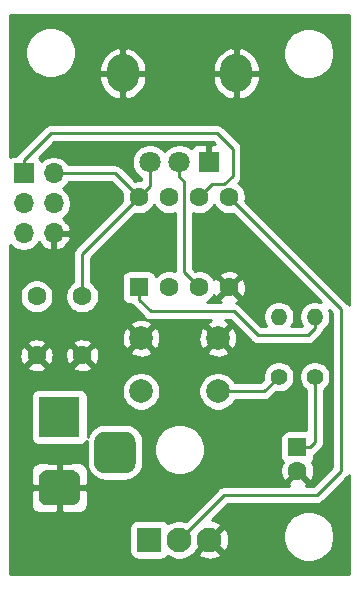
<source format=gbl>
G04 #@! TF.GenerationSoftware,KiCad,Pcbnew,5.1.5-52549c5~86~ubuntu19.04.1*
G04 #@! TF.CreationDate,2020-05-05T22:36:46+02:00*
G04 #@! TF.ProjectId,NotSoTinyDimmer,4e6f7453-6f54-4696-9e79-44696d6d6572,1.3.3*
G04 #@! TF.SameCoordinates,Original*
G04 #@! TF.FileFunction,Copper,L2,Bot*
G04 #@! TF.FilePolarity,Positive*
%FSLAX46Y46*%
G04 Gerber Fmt 4.6, Leading zero omitted, Abs format (unit mm)*
G04 Created by KiCad (PCBNEW 5.1.5-52549c5~86~ubuntu19.04.1) date 2020-05-05 22:36:46*
%MOMM*%
%LPD*%
G04 APERTURE LIST*
%ADD10O,2.720000X3.240000*%
%ADD11C,1.800000*%
%ADD12R,1.800000X1.800000*%
%ADD13R,1.600000X1.600000*%
%ADD14C,1.600000*%
%ADD15C,0.100000*%
%ADD16R,3.500000X3.500000*%
%ADD17O,1.400000X1.400000*%
%ADD18C,1.400000*%
%ADD19C,2.100000*%
%ADD20R,2.100000X2.100000*%
%ADD21R,1.700000X1.700000*%
%ADD22O,1.700000X1.700000*%
%ADD23C,2.000000*%
%ADD24C,0.250000*%
%ADD25C,0.254000*%
G04 APERTURE END LIST*
D10*
X154128000Y-73589500D03*
X144528000Y-73589500D03*
D11*
X146828000Y-81089500D03*
X149328000Y-81089500D03*
D12*
X151828000Y-81089500D03*
D13*
X159308800Y-105257600D03*
D14*
X159308800Y-107257600D03*
X141098000Y-92468500D03*
X141098000Y-97468500D03*
X137228000Y-92468500D03*
X137228000Y-97468500D03*
G04 #@! TA.AperFunction,ComponentPad*
D15*
G36*
X144823765Y-103924213D02*
G01*
X144908704Y-103936813D01*
X144991999Y-103957677D01*
X145072848Y-103986605D01*
X145150472Y-104023319D01*
X145224124Y-104067464D01*
X145293094Y-104118616D01*
X145356718Y-104176282D01*
X145414384Y-104239906D01*
X145465536Y-104308876D01*
X145509681Y-104382528D01*
X145546395Y-104460152D01*
X145575323Y-104541001D01*
X145596187Y-104624296D01*
X145608787Y-104709235D01*
X145613000Y-104795000D01*
X145613000Y-106545000D01*
X145608787Y-106630765D01*
X145596187Y-106715704D01*
X145575323Y-106798999D01*
X145546395Y-106879848D01*
X145509681Y-106957472D01*
X145465536Y-107031124D01*
X145414384Y-107100094D01*
X145356718Y-107163718D01*
X145293094Y-107221384D01*
X145224124Y-107272536D01*
X145150472Y-107316681D01*
X145072848Y-107353395D01*
X144991999Y-107382323D01*
X144908704Y-107403187D01*
X144823765Y-107415787D01*
X144738000Y-107420000D01*
X142988000Y-107420000D01*
X142902235Y-107415787D01*
X142817296Y-107403187D01*
X142734001Y-107382323D01*
X142653152Y-107353395D01*
X142575528Y-107316681D01*
X142501876Y-107272536D01*
X142432906Y-107221384D01*
X142369282Y-107163718D01*
X142311616Y-107100094D01*
X142260464Y-107031124D01*
X142216319Y-106957472D01*
X142179605Y-106879848D01*
X142150677Y-106798999D01*
X142129813Y-106715704D01*
X142117213Y-106630765D01*
X142113000Y-106545000D01*
X142113000Y-104795000D01*
X142117213Y-104709235D01*
X142129813Y-104624296D01*
X142150677Y-104541001D01*
X142179605Y-104460152D01*
X142216319Y-104382528D01*
X142260464Y-104308876D01*
X142311616Y-104239906D01*
X142369282Y-104176282D01*
X142432906Y-104118616D01*
X142501876Y-104067464D01*
X142575528Y-104023319D01*
X142653152Y-103986605D01*
X142734001Y-103957677D01*
X142817296Y-103936813D01*
X142902235Y-103924213D01*
X142988000Y-103920000D01*
X144738000Y-103920000D01*
X144823765Y-103924213D01*
G37*
G04 #@! TD.AperFunction*
G04 #@! TA.AperFunction,ComponentPad*
G36*
X140236513Y-107173611D02*
G01*
X140309318Y-107184411D01*
X140380714Y-107202295D01*
X140450013Y-107227090D01*
X140516548Y-107258559D01*
X140579678Y-107296398D01*
X140638795Y-107340242D01*
X140693330Y-107389670D01*
X140742758Y-107444205D01*
X140786602Y-107503322D01*
X140824441Y-107566452D01*
X140855910Y-107632987D01*
X140880705Y-107702286D01*
X140898589Y-107773682D01*
X140909389Y-107846487D01*
X140913000Y-107920000D01*
X140913000Y-109420000D01*
X140909389Y-109493513D01*
X140898589Y-109566318D01*
X140880705Y-109637714D01*
X140855910Y-109707013D01*
X140824441Y-109773548D01*
X140786602Y-109836678D01*
X140742758Y-109895795D01*
X140693330Y-109950330D01*
X140638795Y-109999758D01*
X140579678Y-110043602D01*
X140516548Y-110081441D01*
X140450013Y-110112910D01*
X140380714Y-110137705D01*
X140309318Y-110155589D01*
X140236513Y-110166389D01*
X140163000Y-110170000D01*
X138163000Y-110170000D01*
X138089487Y-110166389D01*
X138016682Y-110155589D01*
X137945286Y-110137705D01*
X137875987Y-110112910D01*
X137809452Y-110081441D01*
X137746322Y-110043602D01*
X137687205Y-109999758D01*
X137632670Y-109950330D01*
X137583242Y-109895795D01*
X137539398Y-109836678D01*
X137501559Y-109773548D01*
X137470090Y-109707013D01*
X137445295Y-109637714D01*
X137427411Y-109566318D01*
X137416611Y-109493513D01*
X137413000Y-109420000D01*
X137413000Y-107920000D01*
X137416611Y-107846487D01*
X137427411Y-107773682D01*
X137445295Y-107702286D01*
X137470090Y-107632987D01*
X137501559Y-107566452D01*
X137539398Y-107503322D01*
X137583242Y-107444205D01*
X137632670Y-107389670D01*
X137687205Y-107340242D01*
X137746322Y-107296398D01*
X137809452Y-107258559D01*
X137875987Y-107227090D01*
X137945286Y-107202295D01*
X138016682Y-107184411D01*
X138089487Y-107173611D01*
X138163000Y-107170000D01*
X140163000Y-107170000D01*
X140236513Y-107173611D01*
G37*
G04 #@! TD.AperFunction*
D16*
X139163000Y-102670000D03*
D17*
X160782000Y-94188500D03*
D18*
X160782000Y-99268500D03*
D17*
X157734000Y-94188500D03*
D18*
X157734000Y-99268500D03*
D13*
X145897600Y-91694000D03*
D14*
X148437600Y-91694000D03*
X150977600Y-91694000D03*
X153517600Y-91694000D03*
X153517600Y-84074000D03*
X150977600Y-84074000D03*
X148437600Y-84074000D03*
X145897600Y-84074000D03*
D19*
X151866500Y-113068100D03*
X149326500Y-113068100D03*
D20*
X146786500Y-113068100D03*
D21*
X136128000Y-82054700D03*
D22*
X138668000Y-82054700D03*
X136128000Y-84594700D03*
X138668000Y-84594700D03*
X136128000Y-87134700D03*
X138668000Y-87134700D03*
D23*
X146078000Y-96007800D03*
X146078000Y-100507800D03*
X152578000Y-96007800D03*
X152578000Y-100507800D03*
D24*
X143878300Y-82054700D02*
X145897600Y-84074000D01*
X138668000Y-82054700D02*
X143878300Y-82054700D01*
X160358800Y-105257600D02*
X159308800Y-105257600D01*
X160782000Y-104834400D02*
X160358800Y-105257600D01*
X160782000Y-99268500D02*
X160782000Y-104834400D01*
X141098000Y-88873600D02*
X145897600Y-84074000D01*
X141098000Y-92468500D02*
X141098000Y-88873600D01*
X146828000Y-83143600D02*
X146828000Y-81089500D01*
X145897600Y-84074000D02*
X146828000Y-83143600D01*
X156494700Y-100507800D02*
X152578000Y-100507800D01*
X157734000Y-99268500D02*
X156494700Y-100507800D01*
X149326500Y-113068100D02*
X153123800Y-109270800D01*
X153123800Y-109270800D02*
X160985200Y-109270800D01*
X160985200Y-109270800D02*
X163017200Y-107238800D01*
X163017200Y-93573600D02*
X153517600Y-84074000D01*
X163017200Y-107238800D02*
X163017200Y-93573600D01*
X152102601Y-82948999D02*
X153144001Y-82948999D01*
X150977600Y-84074000D02*
X152102601Y-82948999D01*
X153144001Y-82948999D02*
X153822400Y-82270600D01*
X153822400Y-82270600D02*
X153822400Y-79971900D01*
X153822400Y-79971900D02*
X152501600Y-78651100D01*
X136128000Y-80954700D02*
X136128000Y-82054700D01*
X138431600Y-78651100D02*
X136128000Y-80954700D01*
X152501600Y-78651100D02*
X138431600Y-78651100D01*
X160782000Y-95178449D02*
X160202449Y-95758000D01*
X160782000Y-94188500D02*
X160782000Y-95178449D01*
X160202449Y-95758000D02*
X155956000Y-95758000D01*
X155956000Y-95758000D02*
X153924000Y-93726000D01*
X145897600Y-92744000D02*
X145897600Y-91694000D01*
X146879600Y-93726000D02*
X145897600Y-92744000D01*
X153924000Y-93726000D02*
X146879600Y-93726000D01*
X149694900Y-90411300D02*
X150977600Y-91694000D01*
X149694900Y-82729192D02*
X149694900Y-90411300D01*
X149328000Y-82362292D02*
X149328000Y-81089500D01*
X149694900Y-82729192D02*
X149328000Y-82362292D01*
D25*
G36*
X144498912Y-83750114D02*
G01*
X144462600Y-83932665D01*
X144462600Y-84215335D01*
X144498912Y-84397885D01*
X140586998Y-88309801D01*
X140558000Y-88333599D01*
X140534202Y-88362597D01*
X140534201Y-88362598D01*
X140463026Y-88449324D01*
X140392454Y-88581354D01*
X140348998Y-88724615D01*
X140334324Y-88873600D01*
X140338001Y-88910932D01*
X140338000Y-91250456D01*
X140183241Y-91353863D01*
X139983363Y-91553741D01*
X139826320Y-91788773D01*
X139718147Y-92049926D01*
X139663000Y-92327165D01*
X139663000Y-92609835D01*
X139718147Y-92887074D01*
X139826320Y-93148227D01*
X139983363Y-93383259D01*
X140183241Y-93583137D01*
X140418273Y-93740180D01*
X140679426Y-93848353D01*
X140956665Y-93903500D01*
X141239335Y-93903500D01*
X141516574Y-93848353D01*
X141777727Y-93740180D01*
X142012759Y-93583137D01*
X142212637Y-93383259D01*
X142369680Y-93148227D01*
X142477853Y-92887074D01*
X142533000Y-92609835D01*
X142533000Y-92327165D01*
X142477853Y-92049926D01*
X142369680Y-91788773D01*
X142212637Y-91553741D01*
X142012759Y-91353863D01*
X141858000Y-91250457D01*
X141858000Y-89188401D01*
X145573715Y-85472688D01*
X145756265Y-85509000D01*
X146038935Y-85509000D01*
X146316174Y-85453853D01*
X146577327Y-85345680D01*
X146812359Y-85188637D01*
X147012237Y-84988759D01*
X147167600Y-84756241D01*
X147322963Y-84988759D01*
X147522841Y-85188637D01*
X147757873Y-85345680D01*
X148019026Y-85453853D01*
X148296265Y-85509000D01*
X148578935Y-85509000D01*
X148856174Y-85453853D01*
X148934900Y-85421244D01*
X148934901Y-90346757D01*
X148856174Y-90314147D01*
X148578935Y-90259000D01*
X148296265Y-90259000D01*
X148019026Y-90314147D01*
X147757873Y-90422320D01*
X147522841Y-90579363D01*
X147324243Y-90777961D01*
X147323412Y-90769518D01*
X147287102Y-90649820D01*
X147228137Y-90539506D01*
X147148785Y-90442815D01*
X147052094Y-90363463D01*
X146941780Y-90304498D01*
X146822082Y-90268188D01*
X146697600Y-90255928D01*
X145097600Y-90255928D01*
X144973118Y-90268188D01*
X144853420Y-90304498D01*
X144743106Y-90363463D01*
X144646415Y-90442815D01*
X144567063Y-90539506D01*
X144508098Y-90649820D01*
X144471788Y-90769518D01*
X144459528Y-90894000D01*
X144459528Y-92494000D01*
X144471788Y-92618482D01*
X144508098Y-92738180D01*
X144567063Y-92848494D01*
X144646415Y-92945185D01*
X144743106Y-93024537D01*
X144853420Y-93083502D01*
X144973118Y-93119812D01*
X145097600Y-93132072D01*
X145243274Y-93132072D01*
X145262626Y-93168276D01*
X145300969Y-93214997D01*
X145357599Y-93284001D01*
X145386602Y-93307804D01*
X146315800Y-94237002D01*
X146339599Y-94266001D01*
X146455324Y-94360974D01*
X146587353Y-94431546D01*
X146730614Y-94475003D01*
X146842267Y-94486000D01*
X146842275Y-94486000D01*
X146879600Y-94489676D01*
X146916925Y-94486000D01*
X151975870Y-94486000D01*
X151891912Y-94515005D01*
X151717956Y-94607986D01*
X151622192Y-94872387D01*
X152578000Y-95828195D01*
X153533808Y-94872387D01*
X153438044Y-94607986D01*
X153187288Y-94486000D01*
X153609199Y-94486000D01*
X155392201Y-96269003D01*
X155415999Y-96298001D01*
X155444997Y-96321799D01*
X155531723Y-96392974D01*
X155663753Y-96463546D01*
X155807014Y-96507003D01*
X155918667Y-96518000D01*
X155918677Y-96518000D01*
X155956000Y-96521676D01*
X155993323Y-96518000D01*
X160165127Y-96518000D01*
X160202449Y-96521676D01*
X160239771Y-96518000D01*
X160239782Y-96518000D01*
X160351435Y-96507003D01*
X160494696Y-96463546D01*
X160626725Y-96392974D01*
X160742450Y-96298001D01*
X160766252Y-96268998D01*
X161293002Y-95742249D01*
X161322001Y-95718450D01*
X161348332Y-95686366D01*
X161416974Y-95602726D01*
X161487546Y-95470696D01*
X161497655Y-95437371D01*
X161531003Y-95327435D01*
X161534568Y-95291240D01*
X161633013Y-95225462D01*
X161818962Y-95039513D01*
X161965061Y-94820859D01*
X162065696Y-94577905D01*
X162117000Y-94319986D01*
X162117000Y-94057014D01*
X162065696Y-93799095D01*
X161993432Y-93624634D01*
X162257201Y-93888403D01*
X162257200Y-106923998D01*
X160670399Y-108510800D01*
X160019390Y-108510800D01*
X160050314Y-108494271D01*
X160121897Y-108250302D01*
X159308800Y-107437205D01*
X158495703Y-108250302D01*
X158567286Y-108494271D01*
X158602218Y-108510800D01*
X153161122Y-108510800D01*
X153123799Y-108507124D01*
X153086476Y-108510800D01*
X153086467Y-108510800D01*
X152974814Y-108521797D01*
X152831553Y-108565254D01*
X152699524Y-108635826D01*
X152583799Y-108730799D01*
X152560001Y-108759797D01*
X149856144Y-111463655D01*
X149817996Y-111447854D01*
X149492458Y-111383100D01*
X149160542Y-111383100D01*
X148835004Y-111447854D01*
X148528353Y-111574872D01*
X148374542Y-111677646D01*
X148367037Y-111663606D01*
X148287685Y-111566915D01*
X148190994Y-111487563D01*
X148080680Y-111428598D01*
X147960982Y-111392288D01*
X147836500Y-111380028D01*
X145736500Y-111380028D01*
X145612018Y-111392288D01*
X145492320Y-111428598D01*
X145382006Y-111487563D01*
X145285315Y-111566915D01*
X145205963Y-111663606D01*
X145146998Y-111773920D01*
X145110688Y-111893618D01*
X145098428Y-112018100D01*
X145098428Y-114118100D01*
X145110688Y-114242582D01*
X145146998Y-114362280D01*
X145205963Y-114472594D01*
X145285315Y-114569285D01*
X145382006Y-114648637D01*
X145492320Y-114707602D01*
X145612018Y-114743912D01*
X145736500Y-114756172D01*
X147836500Y-114756172D01*
X147960982Y-114743912D01*
X148080680Y-114707602D01*
X148190994Y-114648637D01*
X148287685Y-114569285D01*
X148367037Y-114472594D01*
X148374542Y-114458554D01*
X148528353Y-114561328D01*
X148835004Y-114688346D01*
X149160542Y-114753100D01*
X149492458Y-114753100D01*
X149817996Y-114688346D01*
X150124647Y-114561328D01*
X150400625Y-114376925D01*
X150538384Y-114239166D01*
X150875039Y-114239166D01*
X150976839Y-114508679D01*
X151274977Y-114654563D01*
X151595846Y-114739480D01*
X151927117Y-114760166D01*
X152256057Y-114715828D01*
X152570027Y-114608169D01*
X152756161Y-114508679D01*
X152857961Y-114239166D01*
X151866500Y-113247705D01*
X150875039Y-114239166D01*
X150538384Y-114239166D01*
X150635325Y-114142225D01*
X150691542Y-114058091D01*
X150695434Y-114059561D01*
X151686895Y-113068100D01*
X152046105Y-113068100D01*
X153037566Y-114059561D01*
X153307079Y-113957761D01*
X153452963Y-113659623D01*
X153537880Y-113338754D01*
X153558566Y-113007483D01*
X153514228Y-112678543D01*
X153479178Y-112576323D01*
X158112497Y-112576323D01*
X158112497Y-113003677D01*
X158195870Y-113422821D01*
X158359412Y-113817645D01*
X158596837Y-114172977D01*
X158899023Y-114475163D01*
X159254355Y-114712588D01*
X159649179Y-114876130D01*
X160068323Y-114959503D01*
X160495677Y-114959503D01*
X160914821Y-114876130D01*
X161309645Y-114712588D01*
X161664977Y-114475163D01*
X161967163Y-114172977D01*
X162204588Y-113817645D01*
X162368130Y-113422821D01*
X162451503Y-113003677D01*
X162451503Y-112576323D01*
X162368130Y-112157179D01*
X162204588Y-111762355D01*
X161967163Y-111407023D01*
X161664977Y-111104837D01*
X161309645Y-110867412D01*
X160914821Y-110703870D01*
X160495677Y-110620497D01*
X160068323Y-110620497D01*
X159649179Y-110703870D01*
X159254355Y-110867412D01*
X158899023Y-111104837D01*
X158596837Y-111407023D01*
X158359412Y-111762355D01*
X158195870Y-112157179D01*
X158112497Y-112576323D01*
X153479178Y-112576323D01*
X153406569Y-112364573D01*
X153307079Y-112178439D01*
X153037566Y-112076639D01*
X152046105Y-113068100D01*
X151686895Y-113068100D01*
X151672753Y-113053958D01*
X151852358Y-112874353D01*
X151866500Y-112888495D01*
X152857961Y-111897034D01*
X152756161Y-111627521D01*
X152458023Y-111481637D01*
X152137154Y-111396720D01*
X152076471Y-111392931D01*
X153438602Y-110030800D01*
X160947878Y-110030800D01*
X160985200Y-110034476D01*
X161022522Y-110030800D01*
X161022533Y-110030800D01*
X161134186Y-110019803D01*
X161277447Y-109976346D01*
X161409476Y-109905774D01*
X161525201Y-109810801D01*
X161549004Y-109781797D01*
X163528204Y-107802598D01*
X163557201Y-107778801D01*
X163586086Y-107743604D01*
X163652174Y-107663077D01*
X163668001Y-107633467D01*
X163668001Y-116010000D01*
X134988000Y-116010000D01*
X134988000Y-110170000D01*
X136774928Y-110170000D01*
X136787188Y-110294482D01*
X136823498Y-110414180D01*
X136882463Y-110524494D01*
X136961815Y-110621185D01*
X137058506Y-110700537D01*
X137168820Y-110759502D01*
X137288518Y-110795812D01*
X137413000Y-110808072D01*
X138877250Y-110805000D01*
X139036000Y-110646250D01*
X139036000Y-108797000D01*
X139290000Y-108797000D01*
X139290000Y-110646250D01*
X139448750Y-110805000D01*
X140913000Y-110808072D01*
X141037482Y-110795812D01*
X141157180Y-110759502D01*
X141267494Y-110700537D01*
X141364185Y-110621185D01*
X141443537Y-110524494D01*
X141502502Y-110414180D01*
X141538812Y-110294482D01*
X141551072Y-110170000D01*
X141548000Y-108955750D01*
X141389250Y-108797000D01*
X139290000Y-108797000D01*
X139036000Y-108797000D01*
X136936750Y-108797000D01*
X136778000Y-108955750D01*
X136774928Y-110170000D01*
X134988000Y-110170000D01*
X134988000Y-107170000D01*
X136774928Y-107170000D01*
X136778000Y-108384250D01*
X136936750Y-108543000D01*
X139036000Y-108543000D01*
X139036000Y-106693750D01*
X139290000Y-106693750D01*
X139290000Y-108543000D01*
X141389250Y-108543000D01*
X141548000Y-108384250D01*
X141551072Y-107170000D01*
X141538812Y-107045518D01*
X141502502Y-106925820D01*
X141443537Y-106815506D01*
X141364185Y-106718815D01*
X141267494Y-106639463D01*
X141157180Y-106580498D01*
X141037482Y-106544188D01*
X140913000Y-106531928D01*
X139448750Y-106535000D01*
X139290000Y-106693750D01*
X139036000Y-106693750D01*
X138877250Y-106535000D01*
X137413000Y-106531928D01*
X137288518Y-106544188D01*
X137168820Y-106580498D01*
X137058506Y-106639463D01*
X136961815Y-106718815D01*
X136882463Y-106815506D01*
X136823498Y-106925820D01*
X136787188Y-107045518D01*
X136774928Y-107170000D01*
X134988000Y-107170000D01*
X134988000Y-100920000D01*
X136774928Y-100920000D01*
X136774928Y-104420000D01*
X136787188Y-104544482D01*
X136823498Y-104664180D01*
X136882463Y-104774494D01*
X136961815Y-104871185D01*
X137058506Y-104950537D01*
X137168820Y-105009502D01*
X137288518Y-105045812D01*
X137413000Y-105058072D01*
X140913000Y-105058072D01*
X141037482Y-105045812D01*
X141157180Y-105009502D01*
X141267494Y-104950537D01*
X141364185Y-104871185D01*
X141443537Y-104774494D01*
X141484494Y-104697869D01*
X141474928Y-104795000D01*
X141474928Y-106545000D01*
X141504001Y-106840186D01*
X141590104Y-107124028D01*
X141729927Y-107385618D01*
X141918097Y-107614903D01*
X142147382Y-107803073D01*
X142408972Y-107942896D01*
X142692814Y-108028999D01*
X142988000Y-108058072D01*
X144738000Y-108058072D01*
X145033186Y-108028999D01*
X145317028Y-107942896D01*
X145578618Y-107803073D01*
X145807903Y-107614903D01*
X145996073Y-107385618D01*
X146135896Y-107124028D01*
X146221999Y-106840186D01*
X146251072Y-106545000D01*
X146251072Y-105196323D01*
X147158497Y-105196323D01*
X147158497Y-105623677D01*
X147241870Y-106042821D01*
X147405412Y-106437645D01*
X147642837Y-106792977D01*
X147945023Y-107095163D01*
X148300355Y-107332588D01*
X148695179Y-107496130D01*
X149114323Y-107579503D01*
X149541677Y-107579503D01*
X149960821Y-107496130D01*
X150355645Y-107332588D01*
X150362343Y-107328112D01*
X157868583Y-107328112D01*
X157910013Y-107607730D01*
X158005197Y-107873892D01*
X158072129Y-107999114D01*
X158316098Y-108070697D01*
X159129195Y-107257600D01*
X159115053Y-107243458D01*
X159294658Y-107063853D01*
X159308800Y-107077995D01*
X159322943Y-107063853D01*
X159502548Y-107243458D01*
X159488405Y-107257600D01*
X160301502Y-108070697D01*
X160545471Y-107999114D01*
X160666371Y-107743604D01*
X160735100Y-107469416D01*
X160749017Y-107187088D01*
X160707587Y-106907470D01*
X160612403Y-106641308D01*
X160547184Y-106519291D01*
X160559985Y-106508785D01*
X160639337Y-106412094D01*
X160698302Y-106301780D01*
X160734612Y-106182082D01*
X160746872Y-106057600D01*
X160746872Y-105911926D01*
X160783076Y-105892574D01*
X160898801Y-105797601D01*
X160922604Y-105768597D01*
X161292997Y-105398204D01*
X161322001Y-105374401D01*
X161416974Y-105258676D01*
X161487546Y-105126647D01*
X161531003Y-104983386D01*
X161542000Y-104871733D01*
X161542000Y-104871724D01*
X161545676Y-104834401D01*
X161542000Y-104797078D01*
X161542000Y-100366275D01*
X161633013Y-100305462D01*
X161818962Y-100119513D01*
X161965061Y-99900859D01*
X162065696Y-99657905D01*
X162117000Y-99399986D01*
X162117000Y-99137014D01*
X162065696Y-98879095D01*
X161965061Y-98636141D01*
X161818962Y-98417487D01*
X161633013Y-98231538D01*
X161414359Y-98085439D01*
X161171405Y-97984804D01*
X160913486Y-97933500D01*
X160650514Y-97933500D01*
X160392595Y-97984804D01*
X160149641Y-98085439D01*
X159930987Y-98231538D01*
X159745038Y-98417487D01*
X159598939Y-98636141D01*
X159498304Y-98879095D01*
X159447000Y-99137014D01*
X159447000Y-99399986D01*
X159498304Y-99657905D01*
X159598939Y-99900859D01*
X159745038Y-100119513D01*
X159930987Y-100305462D01*
X160022000Y-100366275D01*
X160022001Y-103819528D01*
X158508800Y-103819528D01*
X158384318Y-103831788D01*
X158264620Y-103868098D01*
X158154306Y-103927063D01*
X158057615Y-104006415D01*
X157978263Y-104103106D01*
X157919298Y-104213420D01*
X157882988Y-104333118D01*
X157870728Y-104457600D01*
X157870728Y-106057600D01*
X157882988Y-106182082D01*
X157919298Y-106301780D01*
X157978263Y-106412094D01*
X158057615Y-106508785D01*
X158070558Y-106519407D01*
X157951229Y-106771596D01*
X157882500Y-107045784D01*
X157868583Y-107328112D01*
X150362343Y-107328112D01*
X150710977Y-107095163D01*
X151013163Y-106792977D01*
X151250588Y-106437645D01*
X151414130Y-106042821D01*
X151497503Y-105623677D01*
X151497503Y-105196323D01*
X151414130Y-104777179D01*
X151250588Y-104382355D01*
X151013163Y-104027023D01*
X150710977Y-103724837D01*
X150355645Y-103487412D01*
X149960821Y-103323870D01*
X149541677Y-103240497D01*
X149114323Y-103240497D01*
X148695179Y-103323870D01*
X148300355Y-103487412D01*
X147945023Y-103724837D01*
X147642837Y-104027023D01*
X147405412Y-104382355D01*
X147241870Y-104777179D01*
X147158497Y-105196323D01*
X146251072Y-105196323D01*
X146251072Y-104795000D01*
X146221999Y-104499814D01*
X146135896Y-104215972D01*
X145996073Y-103954382D01*
X145807903Y-103725097D01*
X145578618Y-103536927D01*
X145317028Y-103397104D01*
X145033186Y-103311001D01*
X144738000Y-103281928D01*
X142988000Y-103281928D01*
X142692814Y-103311001D01*
X142408972Y-103397104D01*
X142147382Y-103536927D01*
X141918097Y-103725097D01*
X141729927Y-103954382D01*
X141590104Y-104215972D01*
X141551072Y-104344643D01*
X141551072Y-100920000D01*
X141538812Y-100795518D01*
X141502502Y-100675820D01*
X141443537Y-100565506D01*
X141364185Y-100468815D01*
X141267494Y-100389463D01*
X141187617Y-100346767D01*
X144443000Y-100346767D01*
X144443000Y-100668833D01*
X144505832Y-100984712D01*
X144629082Y-101282263D01*
X144808013Y-101550052D01*
X145035748Y-101777787D01*
X145303537Y-101956718D01*
X145601088Y-102079968D01*
X145916967Y-102142800D01*
X146239033Y-102142800D01*
X146554912Y-102079968D01*
X146852463Y-101956718D01*
X147120252Y-101777787D01*
X147347987Y-101550052D01*
X147526918Y-101282263D01*
X147650168Y-100984712D01*
X147713000Y-100668833D01*
X147713000Y-100346767D01*
X150943000Y-100346767D01*
X150943000Y-100668833D01*
X151005832Y-100984712D01*
X151129082Y-101282263D01*
X151308013Y-101550052D01*
X151535748Y-101777787D01*
X151803537Y-101956718D01*
X152101088Y-102079968D01*
X152416967Y-102142800D01*
X152739033Y-102142800D01*
X153054912Y-102079968D01*
X153352463Y-101956718D01*
X153620252Y-101777787D01*
X153847987Y-101550052D01*
X154026918Y-101282263D01*
X154032909Y-101267800D01*
X156457378Y-101267800D01*
X156494700Y-101271476D01*
X156532022Y-101267800D01*
X156532033Y-101267800D01*
X156643686Y-101256803D01*
X156786947Y-101213346D01*
X156918976Y-101142774D01*
X157034701Y-101047801D01*
X157058504Y-101018797D01*
X157495156Y-100582145D01*
X157602514Y-100603500D01*
X157865486Y-100603500D01*
X158123405Y-100552196D01*
X158366359Y-100451561D01*
X158585013Y-100305462D01*
X158770962Y-100119513D01*
X158917061Y-99900859D01*
X159017696Y-99657905D01*
X159069000Y-99399986D01*
X159069000Y-99137014D01*
X159017696Y-98879095D01*
X158917061Y-98636141D01*
X158770962Y-98417487D01*
X158585013Y-98231538D01*
X158366359Y-98085439D01*
X158123405Y-97984804D01*
X157865486Y-97933500D01*
X157602514Y-97933500D01*
X157344595Y-97984804D01*
X157101641Y-98085439D01*
X156882987Y-98231538D01*
X156697038Y-98417487D01*
X156550939Y-98636141D01*
X156450304Y-98879095D01*
X156399000Y-99137014D01*
X156399000Y-99399986D01*
X156420355Y-99507344D01*
X156179899Y-99747800D01*
X154032909Y-99747800D01*
X154026918Y-99733337D01*
X153847987Y-99465548D01*
X153620252Y-99237813D01*
X153352463Y-99058882D01*
X153054912Y-98935632D01*
X152739033Y-98872800D01*
X152416967Y-98872800D01*
X152101088Y-98935632D01*
X151803537Y-99058882D01*
X151535748Y-99237813D01*
X151308013Y-99465548D01*
X151129082Y-99733337D01*
X151005832Y-100030888D01*
X150943000Y-100346767D01*
X147713000Y-100346767D01*
X147650168Y-100030888D01*
X147526918Y-99733337D01*
X147347987Y-99465548D01*
X147120252Y-99237813D01*
X146852463Y-99058882D01*
X146554912Y-98935632D01*
X146239033Y-98872800D01*
X145916967Y-98872800D01*
X145601088Y-98935632D01*
X145303537Y-99058882D01*
X145035748Y-99237813D01*
X144808013Y-99465548D01*
X144629082Y-99733337D01*
X144505832Y-100030888D01*
X144443000Y-100346767D01*
X141187617Y-100346767D01*
X141157180Y-100330498D01*
X141037482Y-100294188D01*
X140913000Y-100281928D01*
X137413000Y-100281928D01*
X137288518Y-100294188D01*
X137168820Y-100330498D01*
X137058506Y-100389463D01*
X136961815Y-100468815D01*
X136882463Y-100565506D01*
X136823498Y-100675820D01*
X136787188Y-100795518D01*
X136774928Y-100920000D01*
X134988000Y-100920000D01*
X134988000Y-98461202D01*
X136414903Y-98461202D01*
X136486486Y-98705171D01*
X136741996Y-98826071D01*
X137016184Y-98894800D01*
X137298512Y-98908717D01*
X137578130Y-98867287D01*
X137844292Y-98772103D01*
X137969514Y-98705171D01*
X138041097Y-98461202D01*
X140284903Y-98461202D01*
X140356486Y-98705171D01*
X140611996Y-98826071D01*
X140886184Y-98894800D01*
X141168512Y-98908717D01*
X141448130Y-98867287D01*
X141714292Y-98772103D01*
X141839514Y-98705171D01*
X141911097Y-98461202D01*
X141098000Y-97648105D01*
X140284903Y-98461202D01*
X138041097Y-98461202D01*
X137228000Y-97648105D01*
X136414903Y-98461202D01*
X134988000Y-98461202D01*
X134988000Y-97539012D01*
X135787783Y-97539012D01*
X135829213Y-97818630D01*
X135924397Y-98084792D01*
X135991329Y-98210014D01*
X136235298Y-98281597D01*
X137048395Y-97468500D01*
X137407605Y-97468500D01*
X138220702Y-98281597D01*
X138464671Y-98210014D01*
X138585571Y-97954504D01*
X138654300Y-97680316D01*
X138661265Y-97539012D01*
X139657783Y-97539012D01*
X139699213Y-97818630D01*
X139794397Y-98084792D01*
X139861329Y-98210014D01*
X140105298Y-98281597D01*
X140918395Y-97468500D01*
X141277605Y-97468500D01*
X142090702Y-98281597D01*
X142334671Y-98210014D01*
X142455571Y-97954504D01*
X142524300Y-97680316D01*
X142538217Y-97397988D01*
X142500468Y-97143213D01*
X145122192Y-97143213D01*
X145217956Y-97407614D01*
X145507571Y-97548504D01*
X145819108Y-97630184D01*
X146140595Y-97649518D01*
X146459675Y-97605761D01*
X146764088Y-97500595D01*
X146938044Y-97407614D01*
X147033808Y-97143213D01*
X151622192Y-97143213D01*
X151717956Y-97407614D01*
X152007571Y-97548504D01*
X152319108Y-97630184D01*
X152640595Y-97649518D01*
X152959675Y-97605761D01*
X153264088Y-97500595D01*
X153438044Y-97407614D01*
X153533808Y-97143213D01*
X152578000Y-96187405D01*
X151622192Y-97143213D01*
X147033808Y-97143213D01*
X146078000Y-96187405D01*
X145122192Y-97143213D01*
X142500468Y-97143213D01*
X142496787Y-97118370D01*
X142401603Y-96852208D01*
X142334671Y-96726986D01*
X142090702Y-96655403D01*
X141277605Y-97468500D01*
X140918395Y-97468500D01*
X140105298Y-96655403D01*
X139861329Y-96726986D01*
X139740429Y-96982496D01*
X139671700Y-97256684D01*
X139657783Y-97539012D01*
X138661265Y-97539012D01*
X138668217Y-97397988D01*
X138626787Y-97118370D01*
X138531603Y-96852208D01*
X138464671Y-96726986D01*
X138220702Y-96655403D01*
X137407605Y-97468500D01*
X137048395Y-97468500D01*
X136235298Y-96655403D01*
X135991329Y-96726986D01*
X135870429Y-96982496D01*
X135801700Y-97256684D01*
X135787783Y-97539012D01*
X134988000Y-97539012D01*
X134988000Y-96475798D01*
X136414903Y-96475798D01*
X137228000Y-97288895D01*
X138041097Y-96475798D01*
X140284903Y-96475798D01*
X141098000Y-97288895D01*
X141911097Y-96475798D01*
X141839514Y-96231829D01*
X141584004Y-96110929D01*
X141422298Y-96070395D01*
X144436282Y-96070395D01*
X144480039Y-96389475D01*
X144585205Y-96693888D01*
X144678186Y-96867844D01*
X144942587Y-96963608D01*
X145898395Y-96007800D01*
X146257605Y-96007800D01*
X147213413Y-96963608D01*
X147477814Y-96867844D01*
X147618704Y-96578229D01*
X147700384Y-96266692D01*
X147712189Y-96070395D01*
X150936282Y-96070395D01*
X150980039Y-96389475D01*
X151085205Y-96693888D01*
X151178186Y-96867844D01*
X151442587Y-96963608D01*
X152398395Y-96007800D01*
X152757605Y-96007800D01*
X153713413Y-96963608D01*
X153977814Y-96867844D01*
X154118704Y-96578229D01*
X154200384Y-96266692D01*
X154219718Y-95945205D01*
X154175961Y-95626125D01*
X154070795Y-95321712D01*
X153977814Y-95147756D01*
X153713413Y-95051992D01*
X152757605Y-96007800D01*
X152398395Y-96007800D01*
X151442587Y-95051992D01*
X151178186Y-95147756D01*
X151037296Y-95437371D01*
X150955616Y-95748908D01*
X150936282Y-96070395D01*
X147712189Y-96070395D01*
X147719718Y-95945205D01*
X147675961Y-95626125D01*
X147570795Y-95321712D01*
X147477814Y-95147756D01*
X147213413Y-95051992D01*
X146257605Y-96007800D01*
X145898395Y-96007800D01*
X144942587Y-95051992D01*
X144678186Y-95147756D01*
X144537296Y-95437371D01*
X144455616Y-95748908D01*
X144436282Y-96070395D01*
X141422298Y-96070395D01*
X141309816Y-96042200D01*
X141027488Y-96028283D01*
X140747870Y-96069713D01*
X140481708Y-96164897D01*
X140356486Y-96231829D01*
X140284903Y-96475798D01*
X138041097Y-96475798D01*
X137969514Y-96231829D01*
X137714004Y-96110929D01*
X137439816Y-96042200D01*
X137157488Y-96028283D01*
X136877870Y-96069713D01*
X136611708Y-96164897D01*
X136486486Y-96231829D01*
X136414903Y-96475798D01*
X134988000Y-96475798D01*
X134988000Y-94872387D01*
X145122192Y-94872387D01*
X146078000Y-95828195D01*
X147033808Y-94872387D01*
X146938044Y-94607986D01*
X146648429Y-94467096D01*
X146336892Y-94385416D01*
X146015405Y-94366082D01*
X145696325Y-94409839D01*
X145391912Y-94515005D01*
X145217956Y-94607986D01*
X145122192Y-94872387D01*
X134988000Y-94872387D01*
X134988000Y-92327165D01*
X135793000Y-92327165D01*
X135793000Y-92609835D01*
X135848147Y-92887074D01*
X135956320Y-93148227D01*
X136113363Y-93383259D01*
X136313241Y-93583137D01*
X136548273Y-93740180D01*
X136809426Y-93848353D01*
X137086665Y-93903500D01*
X137369335Y-93903500D01*
X137646574Y-93848353D01*
X137907727Y-93740180D01*
X138142759Y-93583137D01*
X138342637Y-93383259D01*
X138499680Y-93148227D01*
X138607853Y-92887074D01*
X138663000Y-92609835D01*
X138663000Y-92327165D01*
X138607853Y-92049926D01*
X138499680Y-91788773D01*
X138342637Y-91553741D01*
X138142759Y-91353863D01*
X137907727Y-91196820D01*
X137646574Y-91088647D01*
X137369335Y-91033500D01*
X137086665Y-91033500D01*
X136809426Y-91088647D01*
X136548273Y-91196820D01*
X136313241Y-91353863D01*
X136113363Y-91553741D01*
X135956320Y-91788773D01*
X135848147Y-92049926D01*
X135793000Y-92327165D01*
X134988000Y-92327165D01*
X134988000Y-88094807D01*
X135181368Y-88288175D01*
X135424589Y-88450690D01*
X135694842Y-88562632D01*
X135981740Y-88619700D01*
X136274260Y-88619700D01*
X136561158Y-88562632D01*
X136831411Y-88450690D01*
X137074632Y-88288175D01*
X137281475Y-88081332D01*
X137399100Y-87905294D01*
X137570412Y-88134969D01*
X137786645Y-88329878D01*
X138036748Y-88478857D01*
X138311109Y-88576181D01*
X138541000Y-88455514D01*
X138541000Y-87261700D01*
X138795000Y-87261700D01*
X138795000Y-88455514D01*
X139024891Y-88576181D01*
X139299252Y-88478857D01*
X139549355Y-88329878D01*
X139765588Y-88134969D01*
X139939641Y-87901620D01*
X140064825Y-87638799D01*
X140109476Y-87491590D01*
X139988155Y-87261700D01*
X138795000Y-87261700D01*
X138541000Y-87261700D01*
X138521000Y-87261700D01*
X138521000Y-87007700D01*
X138541000Y-87007700D01*
X138541000Y-86987700D01*
X138795000Y-86987700D01*
X138795000Y-87007700D01*
X139988155Y-87007700D01*
X140109476Y-86777810D01*
X140064825Y-86630601D01*
X139939641Y-86367780D01*
X139765588Y-86134431D01*
X139549355Y-85939522D01*
X139432466Y-85869895D01*
X139614632Y-85748175D01*
X139821475Y-85541332D01*
X139983990Y-85298111D01*
X140095932Y-85027858D01*
X140153000Y-84740960D01*
X140153000Y-84448440D01*
X140095932Y-84161542D01*
X139983990Y-83891289D01*
X139821475Y-83648068D01*
X139614632Y-83441225D01*
X139440240Y-83324700D01*
X139614632Y-83208175D01*
X139821475Y-83001332D01*
X139946178Y-82814700D01*
X143563499Y-82814700D01*
X144498912Y-83750114D01*
G37*
X144498912Y-83750114D02*
X144462600Y-83932665D01*
X144462600Y-84215335D01*
X144498912Y-84397885D01*
X140586998Y-88309801D01*
X140558000Y-88333599D01*
X140534202Y-88362597D01*
X140534201Y-88362598D01*
X140463026Y-88449324D01*
X140392454Y-88581354D01*
X140348998Y-88724615D01*
X140334324Y-88873600D01*
X140338001Y-88910932D01*
X140338000Y-91250456D01*
X140183241Y-91353863D01*
X139983363Y-91553741D01*
X139826320Y-91788773D01*
X139718147Y-92049926D01*
X139663000Y-92327165D01*
X139663000Y-92609835D01*
X139718147Y-92887074D01*
X139826320Y-93148227D01*
X139983363Y-93383259D01*
X140183241Y-93583137D01*
X140418273Y-93740180D01*
X140679426Y-93848353D01*
X140956665Y-93903500D01*
X141239335Y-93903500D01*
X141516574Y-93848353D01*
X141777727Y-93740180D01*
X142012759Y-93583137D01*
X142212637Y-93383259D01*
X142369680Y-93148227D01*
X142477853Y-92887074D01*
X142533000Y-92609835D01*
X142533000Y-92327165D01*
X142477853Y-92049926D01*
X142369680Y-91788773D01*
X142212637Y-91553741D01*
X142012759Y-91353863D01*
X141858000Y-91250457D01*
X141858000Y-89188401D01*
X145573715Y-85472688D01*
X145756265Y-85509000D01*
X146038935Y-85509000D01*
X146316174Y-85453853D01*
X146577327Y-85345680D01*
X146812359Y-85188637D01*
X147012237Y-84988759D01*
X147167600Y-84756241D01*
X147322963Y-84988759D01*
X147522841Y-85188637D01*
X147757873Y-85345680D01*
X148019026Y-85453853D01*
X148296265Y-85509000D01*
X148578935Y-85509000D01*
X148856174Y-85453853D01*
X148934900Y-85421244D01*
X148934901Y-90346757D01*
X148856174Y-90314147D01*
X148578935Y-90259000D01*
X148296265Y-90259000D01*
X148019026Y-90314147D01*
X147757873Y-90422320D01*
X147522841Y-90579363D01*
X147324243Y-90777961D01*
X147323412Y-90769518D01*
X147287102Y-90649820D01*
X147228137Y-90539506D01*
X147148785Y-90442815D01*
X147052094Y-90363463D01*
X146941780Y-90304498D01*
X146822082Y-90268188D01*
X146697600Y-90255928D01*
X145097600Y-90255928D01*
X144973118Y-90268188D01*
X144853420Y-90304498D01*
X144743106Y-90363463D01*
X144646415Y-90442815D01*
X144567063Y-90539506D01*
X144508098Y-90649820D01*
X144471788Y-90769518D01*
X144459528Y-90894000D01*
X144459528Y-92494000D01*
X144471788Y-92618482D01*
X144508098Y-92738180D01*
X144567063Y-92848494D01*
X144646415Y-92945185D01*
X144743106Y-93024537D01*
X144853420Y-93083502D01*
X144973118Y-93119812D01*
X145097600Y-93132072D01*
X145243274Y-93132072D01*
X145262626Y-93168276D01*
X145300969Y-93214997D01*
X145357599Y-93284001D01*
X145386602Y-93307804D01*
X146315800Y-94237002D01*
X146339599Y-94266001D01*
X146455324Y-94360974D01*
X146587353Y-94431546D01*
X146730614Y-94475003D01*
X146842267Y-94486000D01*
X146842275Y-94486000D01*
X146879600Y-94489676D01*
X146916925Y-94486000D01*
X151975870Y-94486000D01*
X151891912Y-94515005D01*
X151717956Y-94607986D01*
X151622192Y-94872387D01*
X152578000Y-95828195D01*
X153533808Y-94872387D01*
X153438044Y-94607986D01*
X153187288Y-94486000D01*
X153609199Y-94486000D01*
X155392201Y-96269003D01*
X155415999Y-96298001D01*
X155444997Y-96321799D01*
X155531723Y-96392974D01*
X155663753Y-96463546D01*
X155807014Y-96507003D01*
X155918667Y-96518000D01*
X155918677Y-96518000D01*
X155956000Y-96521676D01*
X155993323Y-96518000D01*
X160165127Y-96518000D01*
X160202449Y-96521676D01*
X160239771Y-96518000D01*
X160239782Y-96518000D01*
X160351435Y-96507003D01*
X160494696Y-96463546D01*
X160626725Y-96392974D01*
X160742450Y-96298001D01*
X160766252Y-96268998D01*
X161293002Y-95742249D01*
X161322001Y-95718450D01*
X161348332Y-95686366D01*
X161416974Y-95602726D01*
X161487546Y-95470696D01*
X161497655Y-95437371D01*
X161531003Y-95327435D01*
X161534568Y-95291240D01*
X161633013Y-95225462D01*
X161818962Y-95039513D01*
X161965061Y-94820859D01*
X162065696Y-94577905D01*
X162117000Y-94319986D01*
X162117000Y-94057014D01*
X162065696Y-93799095D01*
X161993432Y-93624634D01*
X162257201Y-93888403D01*
X162257200Y-106923998D01*
X160670399Y-108510800D01*
X160019390Y-108510800D01*
X160050314Y-108494271D01*
X160121897Y-108250302D01*
X159308800Y-107437205D01*
X158495703Y-108250302D01*
X158567286Y-108494271D01*
X158602218Y-108510800D01*
X153161122Y-108510800D01*
X153123799Y-108507124D01*
X153086476Y-108510800D01*
X153086467Y-108510800D01*
X152974814Y-108521797D01*
X152831553Y-108565254D01*
X152699524Y-108635826D01*
X152583799Y-108730799D01*
X152560001Y-108759797D01*
X149856144Y-111463655D01*
X149817996Y-111447854D01*
X149492458Y-111383100D01*
X149160542Y-111383100D01*
X148835004Y-111447854D01*
X148528353Y-111574872D01*
X148374542Y-111677646D01*
X148367037Y-111663606D01*
X148287685Y-111566915D01*
X148190994Y-111487563D01*
X148080680Y-111428598D01*
X147960982Y-111392288D01*
X147836500Y-111380028D01*
X145736500Y-111380028D01*
X145612018Y-111392288D01*
X145492320Y-111428598D01*
X145382006Y-111487563D01*
X145285315Y-111566915D01*
X145205963Y-111663606D01*
X145146998Y-111773920D01*
X145110688Y-111893618D01*
X145098428Y-112018100D01*
X145098428Y-114118100D01*
X145110688Y-114242582D01*
X145146998Y-114362280D01*
X145205963Y-114472594D01*
X145285315Y-114569285D01*
X145382006Y-114648637D01*
X145492320Y-114707602D01*
X145612018Y-114743912D01*
X145736500Y-114756172D01*
X147836500Y-114756172D01*
X147960982Y-114743912D01*
X148080680Y-114707602D01*
X148190994Y-114648637D01*
X148287685Y-114569285D01*
X148367037Y-114472594D01*
X148374542Y-114458554D01*
X148528353Y-114561328D01*
X148835004Y-114688346D01*
X149160542Y-114753100D01*
X149492458Y-114753100D01*
X149817996Y-114688346D01*
X150124647Y-114561328D01*
X150400625Y-114376925D01*
X150538384Y-114239166D01*
X150875039Y-114239166D01*
X150976839Y-114508679D01*
X151274977Y-114654563D01*
X151595846Y-114739480D01*
X151927117Y-114760166D01*
X152256057Y-114715828D01*
X152570027Y-114608169D01*
X152756161Y-114508679D01*
X152857961Y-114239166D01*
X151866500Y-113247705D01*
X150875039Y-114239166D01*
X150538384Y-114239166D01*
X150635325Y-114142225D01*
X150691542Y-114058091D01*
X150695434Y-114059561D01*
X151686895Y-113068100D01*
X152046105Y-113068100D01*
X153037566Y-114059561D01*
X153307079Y-113957761D01*
X153452963Y-113659623D01*
X153537880Y-113338754D01*
X153558566Y-113007483D01*
X153514228Y-112678543D01*
X153479178Y-112576323D01*
X158112497Y-112576323D01*
X158112497Y-113003677D01*
X158195870Y-113422821D01*
X158359412Y-113817645D01*
X158596837Y-114172977D01*
X158899023Y-114475163D01*
X159254355Y-114712588D01*
X159649179Y-114876130D01*
X160068323Y-114959503D01*
X160495677Y-114959503D01*
X160914821Y-114876130D01*
X161309645Y-114712588D01*
X161664977Y-114475163D01*
X161967163Y-114172977D01*
X162204588Y-113817645D01*
X162368130Y-113422821D01*
X162451503Y-113003677D01*
X162451503Y-112576323D01*
X162368130Y-112157179D01*
X162204588Y-111762355D01*
X161967163Y-111407023D01*
X161664977Y-111104837D01*
X161309645Y-110867412D01*
X160914821Y-110703870D01*
X160495677Y-110620497D01*
X160068323Y-110620497D01*
X159649179Y-110703870D01*
X159254355Y-110867412D01*
X158899023Y-111104837D01*
X158596837Y-111407023D01*
X158359412Y-111762355D01*
X158195870Y-112157179D01*
X158112497Y-112576323D01*
X153479178Y-112576323D01*
X153406569Y-112364573D01*
X153307079Y-112178439D01*
X153037566Y-112076639D01*
X152046105Y-113068100D01*
X151686895Y-113068100D01*
X151672753Y-113053958D01*
X151852358Y-112874353D01*
X151866500Y-112888495D01*
X152857961Y-111897034D01*
X152756161Y-111627521D01*
X152458023Y-111481637D01*
X152137154Y-111396720D01*
X152076471Y-111392931D01*
X153438602Y-110030800D01*
X160947878Y-110030800D01*
X160985200Y-110034476D01*
X161022522Y-110030800D01*
X161022533Y-110030800D01*
X161134186Y-110019803D01*
X161277447Y-109976346D01*
X161409476Y-109905774D01*
X161525201Y-109810801D01*
X161549004Y-109781797D01*
X163528204Y-107802598D01*
X163557201Y-107778801D01*
X163586086Y-107743604D01*
X163652174Y-107663077D01*
X163668001Y-107633467D01*
X163668001Y-116010000D01*
X134988000Y-116010000D01*
X134988000Y-110170000D01*
X136774928Y-110170000D01*
X136787188Y-110294482D01*
X136823498Y-110414180D01*
X136882463Y-110524494D01*
X136961815Y-110621185D01*
X137058506Y-110700537D01*
X137168820Y-110759502D01*
X137288518Y-110795812D01*
X137413000Y-110808072D01*
X138877250Y-110805000D01*
X139036000Y-110646250D01*
X139036000Y-108797000D01*
X139290000Y-108797000D01*
X139290000Y-110646250D01*
X139448750Y-110805000D01*
X140913000Y-110808072D01*
X141037482Y-110795812D01*
X141157180Y-110759502D01*
X141267494Y-110700537D01*
X141364185Y-110621185D01*
X141443537Y-110524494D01*
X141502502Y-110414180D01*
X141538812Y-110294482D01*
X141551072Y-110170000D01*
X141548000Y-108955750D01*
X141389250Y-108797000D01*
X139290000Y-108797000D01*
X139036000Y-108797000D01*
X136936750Y-108797000D01*
X136778000Y-108955750D01*
X136774928Y-110170000D01*
X134988000Y-110170000D01*
X134988000Y-107170000D01*
X136774928Y-107170000D01*
X136778000Y-108384250D01*
X136936750Y-108543000D01*
X139036000Y-108543000D01*
X139036000Y-106693750D01*
X139290000Y-106693750D01*
X139290000Y-108543000D01*
X141389250Y-108543000D01*
X141548000Y-108384250D01*
X141551072Y-107170000D01*
X141538812Y-107045518D01*
X141502502Y-106925820D01*
X141443537Y-106815506D01*
X141364185Y-106718815D01*
X141267494Y-106639463D01*
X141157180Y-106580498D01*
X141037482Y-106544188D01*
X140913000Y-106531928D01*
X139448750Y-106535000D01*
X139290000Y-106693750D01*
X139036000Y-106693750D01*
X138877250Y-106535000D01*
X137413000Y-106531928D01*
X137288518Y-106544188D01*
X137168820Y-106580498D01*
X137058506Y-106639463D01*
X136961815Y-106718815D01*
X136882463Y-106815506D01*
X136823498Y-106925820D01*
X136787188Y-107045518D01*
X136774928Y-107170000D01*
X134988000Y-107170000D01*
X134988000Y-100920000D01*
X136774928Y-100920000D01*
X136774928Y-104420000D01*
X136787188Y-104544482D01*
X136823498Y-104664180D01*
X136882463Y-104774494D01*
X136961815Y-104871185D01*
X137058506Y-104950537D01*
X137168820Y-105009502D01*
X137288518Y-105045812D01*
X137413000Y-105058072D01*
X140913000Y-105058072D01*
X141037482Y-105045812D01*
X141157180Y-105009502D01*
X141267494Y-104950537D01*
X141364185Y-104871185D01*
X141443537Y-104774494D01*
X141484494Y-104697869D01*
X141474928Y-104795000D01*
X141474928Y-106545000D01*
X141504001Y-106840186D01*
X141590104Y-107124028D01*
X141729927Y-107385618D01*
X141918097Y-107614903D01*
X142147382Y-107803073D01*
X142408972Y-107942896D01*
X142692814Y-108028999D01*
X142988000Y-108058072D01*
X144738000Y-108058072D01*
X145033186Y-108028999D01*
X145317028Y-107942896D01*
X145578618Y-107803073D01*
X145807903Y-107614903D01*
X145996073Y-107385618D01*
X146135896Y-107124028D01*
X146221999Y-106840186D01*
X146251072Y-106545000D01*
X146251072Y-105196323D01*
X147158497Y-105196323D01*
X147158497Y-105623677D01*
X147241870Y-106042821D01*
X147405412Y-106437645D01*
X147642837Y-106792977D01*
X147945023Y-107095163D01*
X148300355Y-107332588D01*
X148695179Y-107496130D01*
X149114323Y-107579503D01*
X149541677Y-107579503D01*
X149960821Y-107496130D01*
X150355645Y-107332588D01*
X150362343Y-107328112D01*
X157868583Y-107328112D01*
X157910013Y-107607730D01*
X158005197Y-107873892D01*
X158072129Y-107999114D01*
X158316098Y-108070697D01*
X159129195Y-107257600D01*
X159115053Y-107243458D01*
X159294658Y-107063853D01*
X159308800Y-107077995D01*
X159322943Y-107063853D01*
X159502548Y-107243458D01*
X159488405Y-107257600D01*
X160301502Y-108070697D01*
X160545471Y-107999114D01*
X160666371Y-107743604D01*
X160735100Y-107469416D01*
X160749017Y-107187088D01*
X160707587Y-106907470D01*
X160612403Y-106641308D01*
X160547184Y-106519291D01*
X160559985Y-106508785D01*
X160639337Y-106412094D01*
X160698302Y-106301780D01*
X160734612Y-106182082D01*
X160746872Y-106057600D01*
X160746872Y-105911926D01*
X160783076Y-105892574D01*
X160898801Y-105797601D01*
X160922604Y-105768597D01*
X161292997Y-105398204D01*
X161322001Y-105374401D01*
X161416974Y-105258676D01*
X161487546Y-105126647D01*
X161531003Y-104983386D01*
X161542000Y-104871733D01*
X161542000Y-104871724D01*
X161545676Y-104834401D01*
X161542000Y-104797078D01*
X161542000Y-100366275D01*
X161633013Y-100305462D01*
X161818962Y-100119513D01*
X161965061Y-99900859D01*
X162065696Y-99657905D01*
X162117000Y-99399986D01*
X162117000Y-99137014D01*
X162065696Y-98879095D01*
X161965061Y-98636141D01*
X161818962Y-98417487D01*
X161633013Y-98231538D01*
X161414359Y-98085439D01*
X161171405Y-97984804D01*
X160913486Y-97933500D01*
X160650514Y-97933500D01*
X160392595Y-97984804D01*
X160149641Y-98085439D01*
X159930987Y-98231538D01*
X159745038Y-98417487D01*
X159598939Y-98636141D01*
X159498304Y-98879095D01*
X159447000Y-99137014D01*
X159447000Y-99399986D01*
X159498304Y-99657905D01*
X159598939Y-99900859D01*
X159745038Y-100119513D01*
X159930987Y-100305462D01*
X160022000Y-100366275D01*
X160022001Y-103819528D01*
X158508800Y-103819528D01*
X158384318Y-103831788D01*
X158264620Y-103868098D01*
X158154306Y-103927063D01*
X158057615Y-104006415D01*
X157978263Y-104103106D01*
X157919298Y-104213420D01*
X157882988Y-104333118D01*
X157870728Y-104457600D01*
X157870728Y-106057600D01*
X157882988Y-106182082D01*
X157919298Y-106301780D01*
X157978263Y-106412094D01*
X158057615Y-106508785D01*
X158070558Y-106519407D01*
X157951229Y-106771596D01*
X157882500Y-107045784D01*
X157868583Y-107328112D01*
X150362343Y-107328112D01*
X150710977Y-107095163D01*
X151013163Y-106792977D01*
X151250588Y-106437645D01*
X151414130Y-106042821D01*
X151497503Y-105623677D01*
X151497503Y-105196323D01*
X151414130Y-104777179D01*
X151250588Y-104382355D01*
X151013163Y-104027023D01*
X150710977Y-103724837D01*
X150355645Y-103487412D01*
X149960821Y-103323870D01*
X149541677Y-103240497D01*
X149114323Y-103240497D01*
X148695179Y-103323870D01*
X148300355Y-103487412D01*
X147945023Y-103724837D01*
X147642837Y-104027023D01*
X147405412Y-104382355D01*
X147241870Y-104777179D01*
X147158497Y-105196323D01*
X146251072Y-105196323D01*
X146251072Y-104795000D01*
X146221999Y-104499814D01*
X146135896Y-104215972D01*
X145996073Y-103954382D01*
X145807903Y-103725097D01*
X145578618Y-103536927D01*
X145317028Y-103397104D01*
X145033186Y-103311001D01*
X144738000Y-103281928D01*
X142988000Y-103281928D01*
X142692814Y-103311001D01*
X142408972Y-103397104D01*
X142147382Y-103536927D01*
X141918097Y-103725097D01*
X141729927Y-103954382D01*
X141590104Y-104215972D01*
X141551072Y-104344643D01*
X141551072Y-100920000D01*
X141538812Y-100795518D01*
X141502502Y-100675820D01*
X141443537Y-100565506D01*
X141364185Y-100468815D01*
X141267494Y-100389463D01*
X141187617Y-100346767D01*
X144443000Y-100346767D01*
X144443000Y-100668833D01*
X144505832Y-100984712D01*
X144629082Y-101282263D01*
X144808013Y-101550052D01*
X145035748Y-101777787D01*
X145303537Y-101956718D01*
X145601088Y-102079968D01*
X145916967Y-102142800D01*
X146239033Y-102142800D01*
X146554912Y-102079968D01*
X146852463Y-101956718D01*
X147120252Y-101777787D01*
X147347987Y-101550052D01*
X147526918Y-101282263D01*
X147650168Y-100984712D01*
X147713000Y-100668833D01*
X147713000Y-100346767D01*
X150943000Y-100346767D01*
X150943000Y-100668833D01*
X151005832Y-100984712D01*
X151129082Y-101282263D01*
X151308013Y-101550052D01*
X151535748Y-101777787D01*
X151803537Y-101956718D01*
X152101088Y-102079968D01*
X152416967Y-102142800D01*
X152739033Y-102142800D01*
X153054912Y-102079968D01*
X153352463Y-101956718D01*
X153620252Y-101777787D01*
X153847987Y-101550052D01*
X154026918Y-101282263D01*
X154032909Y-101267800D01*
X156457378Y-101267800D01*
X156494700Y-101271476D01*
X156532022Y-101267800D01*
X156532033Y-101267800D01*
X156643686Y-101256803D01*
X156786947Y-101213346D01*
X156918976Y-101142774D01*
X157034701Y-101047801D01*
X157058504Y-101018797D01*
X157495156Y-100582145D01*
X157602514Y-100603500D01*
X157865486Y-100603500D01*
X158123405Y-100552196D01*
X158366359Y-100451561D01*
X158585013Y-100305462D01*
X158770962Y-100119513D01*
X158917061Y-99900859D01*
X159017696Y-99657905D01*
X159069000Y-99399986D01*
X159069000Y-99137014D01*
X159017696Y-98879095D01*
X158917061Y-98636141D01*
X158770962Y-98417487D01*
X158585013Y-98231538D01*
X158366359Y-98085439D01*
X158123405Y-97984804D01*
X157865486Y-97933500D01*
X157602514Y-97933500D01*
X157344595Y-97984804D01*
X157101641Y-98085439D01*
X156882987Y-98231538D01*
X156697038Y-98417487D01*
X156550939Y-98636141D01*
X156450304Y-98879095D01*
X156399000Y-99137014D01*
X156399000Y-99399986D01*
X156420355Y-99507344D01*
X156179899Y-99747800D01*
X154032909Y-99747800D01*
X154026918Y-99733337D01*
X153847987Y-99465548D01*
X153620252Y-99237813D01*
X153352463Y-99058882D01*
X153054912Y-98935632D01*
X152739033Y-98872800D01*
X152416967Y-98872800D01*
X152101088Y-98935632D01*
X151803537Y-99058882D01*
X151535748Y-99237813D01*
X151308013Y-99465548D01*
X151129082Y-99733337D01*
X151005832Y-100030888D01*
X150943000Y-100346767D01*
X147713000Y-100346767D01*
X147650168Y-100030888D01*
X147526918Y-99733337D01*
X147347987Y-99465548D01*
X147120252Y-99237813D01*
X146852463Y-99058882D01*
X146554912Y-98935632D01*
X146239033Y-98872800D01*
X145916967Y-98872800D01*
X145601088Y-98935632D01*
X145303537Y-99058882D01*
X145035748Y-99237813D01*
X144808013Y-99465548D01*
X144629082Y-99733337D01*
X144505832Y-100030888D01*
X144443000Y-100346767D01*
X141187617Y-100346767D01*
X141157180Y-100330498D01*
X141037482Y-100294188D01*
X140913000Y-100281928D01*
X137413000Y-100281928D01*
X137288518Y-100294188D01*
X137168820Y-100330498D01*
X137058506Y-100389463D01*
X136961815Y-100468815D01*
X136882463Y-100565506D01*
X136823498Y-100675820D01*
X136787188Y-100795518D01*
X136774928Y-100920000D01*
X134988000Y-100920000D01*
X134988000Y-98461202D01*
X136414903Y-98461202D01*
X136486486Y-98705171D01*
X136741996Y-98826071D01*
X137016184Y-98894800D01*
X137298512Y-98908717D01*
X137578130Y-98867287D01*
X137844292Y-98772103D01*
X137969514Y-98705171D01*
X138041097Y-98461202D01*
X140284903Y-98461202D01*
X140356486Y-98705171D01*
X140611996Y-98826071D01*
X140886184Y-98894800D01*
X141168512Y-98908717D01*
X141448130Y-98867287D01*
X141714292Y-98772103D01*
X141839514Y-98705171D01*
X141911097Y-98461202D01*
X141098000Y-97648105D01*
X140284903Y-98461202D01*
X138041097Y-98461202D01*
X137228000Y-97648105D01*
X136414903Y-98461202D01*
X134988000Y-98461202D01*
X134988000Y-97539012D01*
X135787783Y-97539012D01*
X135829213Y-97818630D01*
X135924397Y-98084792D01*
X135991329Y-98210014D01*
X136235298Y-98281597D01*
X137048395Y-97468500D01*
X137407605Y-97468500D01*
X138220702Y-98281597D01*
X138464671Y-98210014D01*
X138585571Y-97954504D01*
X138654300Y-97680316D01*
X138661265Y-97539012D01*
X139657783Y-97539012D01*
X139699213Y-97818630D01*
X139794397Y-98084792D01*
X139861329Y-98210014D01*
X140105298Y-98281597D01*
X140918395Y-97468500D01*
X141277605Y-97468500D01*
X142090702Y-98281597D01*
X142334671Y-98210014D01*
X142455571Y-97954504D01*
X142524300Y-97680316D01*
X142538217Y-97397988D01*
X142500468Y-97143213D01*
X145122192Y-97143213D01*
X145217956Y-97407614D01*
X145507571Y-97548504D01*
X145819108Y-97630184D01*
X146140595Y-97649518D01*
X146459675Y-97605761D01*
X146764088Y-97500595D01*
X146938044Y-97407614D01*
X147033808Y-97143213D01*
X151622192Y-97143213D01*
X151717956Y-97407614D01*
X152007571Y-97548504D01*
X152319108Y-97630184D01*
X152640595Y-97649518D01*
X152959675Y-97605761D01*
X153264088Y-97500595D01*
X153438044Y-97407614D01*
X153533808Y-97143213D01*
X152578000Y-96187405D01*
X151622192Y-97143213D01*
X147033808Y-97143213D01*
X146078000Y-96187405D01*
X145122192Y-97143213D01*
X142500468Y-97143213D01*
X142496787Y-97118370D01*
X142401603Y-96852208D01*
X142334671Y-96726986D01*
X142090702Y-96655403D01*
X141277605Y-97468500D01*
X140918395Y-97468500D01*
X140105298Y-96655403D01*
X139861329Y-96726986D01*
X139740429Y-96982496D01*
X139671700Y-97256684D01*
X139657783Y-97539012D01*
X138661265Y-97539012D01*
X138668217Y-97397988D01*
X138626787Y-97118370D01*
X138531603Y-96852208D01*
X138464671Y-96726986D01*
X138220702Y-96655403D01*
X137407605Y-97468500D01*
X137048395Y-97468500D01*
X136235298Y-96655403D01*
X135991329Y-96726986D01*
X135870429Y-96982496D01*
X135801700Y-97256684D01*
X135787783Y-97539012D01*
X134988000Y-97539012D01*
X134988000Y-96475798D01*
X136414903Y-96475798D01*
X137228000Y-97288895D01*
X138041097Y-96475798D01*
X140284903Y-96475798D01*
X141098000Y-97288895D01*
X141911097Y-96475798D01*
X141839514Y-96231829D01*
X141584004Y-96110929D01*
X141422298Y-96070395D01*
X144436282Y-96070395D01*
X144480039Y-96389475D01*
X144585205Y-96693888D01*
X144678186Y-96867844D01*
X144942587Y-96963608D01*
X145898395Y-96007800D01*
X146257605Y-96007800D01*
X147213413Y-96963608D01*
X147477814Y-96867844D01*
X147618704Y-96578229D01*
X147700384Y-96266692D01*
X147712189Y-96070395D01*
X150936282Y-96070395D01*
X150980039Y-96389475D01*
X151085205Y-96693888D01*
X151178186Y-96867844D01*
X151442587Y-96963608D01*
X152398395Y-96007800D01*
X152757605Y-96007800D01*
X153713413Y-96963608D01*
X153977814Y-96867844D01*
X154118704Y-96578229D01*
X154200384Y-96266692D01*
X154219718Y-95945205D01*
X154175961Y-95626125D01*
X154070795Y-95321712D01*
X153977814Y-95147756D01*
X153713413Y-95051992D01*
X152757605Y-96007800D01*
X152398395Y-96007800D01*
X151442587Y-95051992D01*
X151178186Y-95147756D01*
X151037296Y-95437371D01*
X150955616Y-95748908D01*
X150936282Y-96070395D01*
X147712189Y-96070395D01*
X147719718Y-95945205D01*
X147675961Y-95626125D01*
X147570795Y-95321712D01*
X147477814Y-95147756D01*
X147213413Y-95051992D01*
X146257605Y-96007800D01*
X145898395Y-96007800D01*
X144942587Y-95051992D01*
X144678186Y-95147756D01*
X144537296Y-95437371D01*
X144455616Y-95748908D01*
X144436282Y-96070395D01*
X141422298Y-96070395D01*
X141309816Y-96042200D01*
X141027488Y-96028283D01*
X140747870Y-96069713D01*
X140481708Y-96164897D01*
X140356486Y-96231829D01*
X140284903Y-96475798D01*
X138041097Y-96475798D01*
X137969514Y-96231829D01*
X137714004Y-96110929D01*
X137439816Y-96042200D01*
X137157488Y-96028283D01*
X136877870Y-96069713D01*
X136611708Y-96164897D01*
X136486486Y-96231829D01*
X136414903Y-96475798D01*
X134988000Y-96475798D01*
X134988000Y-94872387D01*
X145122192Y-94872387D01*
X146078000Y-95828195D01*
X147033808Y-94872387D01*
X146938044Y-94607986D01*
X146648429Y-94467096D01*
X146336892Y-94385416D01*
X146015405Y-94366082D01*
X145696325Y-94409839D01*
X145391912Y-94515005D01*
X145217956Y-94607986D01*
X145122192Y-94872387D01*
X134988000Y-94872387D01*
X134988000Y-92327165D01*
X135793000Y-92327165D01*
X135793000Y-92609835D01*
X135848147Y-92887074D01*
X135956320Y-93148227D01*
X136113363Y-93383259D01*
X136313241Y-93583137D01*
X136548273Y-93740180D01*
X136809426Y-93848353D01*
X137086665Y-93903500D01*
X137369335Y-93903500D01*
X137646574Y-93848353D01*
X137907727Y-93740180D01*
X138142759Y-93583137D01*
X138342637Y-93383259D01*
X138499680Y-93148227D01*
X138607853Y-92887074D01*
X138663000Y-92609835D01*
X138663000Y-92327165D01*
X138607853Y-92049926D01*
X138499680Y-91788773D01*
X138342637Y-91553741D01*
X138142759Y-91353863D01*
X137907727Y-91196820D01*
X137646574Y-91088647D01*
X137369335Y-91033500D01*
X137086665Y-91033500D01*
X136809426Y-91088647D01*
X136548273Y-91196820D01*
X136313241Y-91353863D01*
X136113363Y-91553741D01*
X135956320Y-91788773D01*
X135848147Y-92049926D01*
X135793000Y-92327165D01*
X134988000Y-92327165D01*
X134988000Y-88094807D01*
X135181368Y-88288175D01*
X135424589Y-88450690D01*
X135694842Y-88562632D01*
X135981740Y-88619700D01*
X136274260Y-88619700D01*
X136561158Y-88562632D01*
X136831411Y-88450690D01*
X137074632Y-88288175D01*
X137281475Y-88081332D01*
X137399100Y-87905294D01*
X137570412Y-88134969D01*
X137786645Y-88329878D01*
X138036748Y-88478857D01*
X138311109Y-88576181D01*
X138541000Y-88455514D01*
X138541000Y-87261700D01*
X138795000Y-87261700D01*
X138795000Y-88455514D01*
X139024891Y-88576181D01*
X139299252Y-88478857D01*
X139549355Y-88329878D01*
X139765588Y-88134969D01*
X139939641Y-87901620D01*
X140064825Y-87638799D01*
X140109476Y-87491590D01*
X139988155Y-87261700D01*
X138795000Y-87261700D01*
X138541000Y-87261700D01*
X138521000Y-87261700D01*
X138521000Y-87007700D01*
X138541000Y-87007700D01*
X138541000Y-86987700D01*
X138795000Y-86987700D01*
X138795000Y-87007700D01*
X139988155Y-87007700D01*
X140109476Y-86777810D01*
X140064825Y-86630601D01*
X139939641Y-86367780D01*
X139765588Y-86134431D01*
X139549355Y-85939522D01*
X139432466Y-85869895D01*
X139614632Y-85748175D01*
X139821475Y-85541332D01*
X139983990Y-85298111D01*
X140095932Y-85027858D01*
X140153000Y-84740960D01*
X140153000Y-84448440D01*
X140095932Y-84161542D01*
X139983990Y-83891289D01*
X139821475Y-83648068D01*
X139614632Y-83441225D01*
X139440240Y-83324700D01*
X139614632Y-83208175D01*
X139821475Y-83001332D01*
X139946178Y-82814700D01*
X143563499Y-82814700D01*
X144498912Y-83750114D01*
G36*
X152402963Y-84988759D02*
G01*
X152602841Y-85188637D01*
X152837873Y-85345680D01*
X153099026Y-85453853D01*
X153376265Y-85509000D01*
X153658935Y-85509000D01*
X153841487Y-85472688D01*
X161345867Y-92977068D01*
X161171405Y-92904804D01*
X160913486Y-92853500D01*
X160650514Y-92853500D01*
X160392595Y-92904804D01*
X160149641Y-93005439D01*
X159930987Y-93151538D01*
X159745038Y-93337487D01*
X159598939Y-93556141D01*
X159498304Y-93799095D01*
X159447000Y-94057014D01*
X159447000Y-94319986D01*
X159498304Y-94577905D01*
X159598939Y-94820859D01*
X159717300Y-94998000D01*
X158798700Y-94998000D01*
X158917061Y-94820859D01*
X159017696Y-94577905D01*
X159069000Y-94319986D01*
X159069000Y-94057014D01*
X159017696Y-93799095D01*
X158917061Y-93556141D01*
X158770962Y-93337487D01*
X158585013Y-93151538D01*
X158366359Y-93005439D01*
X158123405Y-92904804D01*
X157865486Y-92853500D01*
X157602514Y-92853500D01*
X157344595Y-92904804D01*
X157101641Y-93005439D01*
X156882987Y-93151538D01*
X156697038Y-93337487D01*
X156550939Y-93556141D01*
X156450304Y-93799095D01*
X156399000Y-94057014D01*
X156399000Y-94319986D01*
X156450304Y-94577905D01*
X156550939Y-94820859D01*
X156669300Y-94998000D01*
X156270802Y-94998000D01*
X154487804Y-93215003D01*
X154464001Y-93185999D01*
X154348276Y-93091026D01*
X154216247Y-93020454D01*
X154136435Y-92996244D01*
X154259114Y-92930671D01*
X154330697Y-92686702D01*
X153517600Y-91873605D01*
X152704503Y-92686702D01*
X152776086Y-92930671D01*
X152850750Y-92966000D01*
X151656554Y-92966000D01*
X151657327Y-92965680D01*
X151892359Y-92808637D01*
X152092237Y-92608759D01*
X152248515Y-92374872D01*
X152280929Y-92435514D01*
X152524898Y-92507097D01*
X153337995Y-91694000D01*
X153697205Y-91694000D01*
X154510302Y-92507097D01*
X154754271Y-92435514D01*
X154875171Y-92180004D01*
X154943900Y-91905816D01*
X154957817Y-91623488D01*
X154916387Y-91343870D01*
X154821203Y-91077708D01*
X154754271Y-90952486D01*
X154510302Y-90880903D01*
X153697205Y-91694000D01*
X153337995Y-91694000D01*
X152524898Y-90880903D01*
X152280929Y-90952486D01*
X152250406Y-91016992D01*
X152249280Y-91014273D01*
X152092237Y-90779241D01*
X152014294Y-90701298D01*
X152704503Y-90701298D01*
X153517600Y-91514395D01*
X154330697Y-90701298D01*
X154259114Y-90457329D01*
X154003604Y-90336429D01*
X153729416Y-90267700D01*
X153447088Y-90253783D01*
X153167470Y-90295213D01*
X152901308Y-90390397D01*
X152776086Y-90457329D01*
X152704503Y-90701298D01*
X152014294Y-90701298D01*
X151892359Y-90579363D01*
X151657327Y-90422320D01*
X151396174Y-90314147D01*
X151118935Y-90259000D01*
X150836265Y-90259000D01*
X150653714Y-90295312D01*
X150454900Y-90096499D01*
X150454900Y-85410723D01*
X150559026Y-85453853D01*
X150836265Y-85509000D01*
X151118935Y-85509000D01*
X151396174Y-85453853D01*
X151657327Y-85345680D01*
X151892359Y-85188637D01*
X152092237Y-84988759D01*
X152247600Y-84756241D01*
X152402963Y-84988759D01*
G37*
X152402963Y-84988759D02*
X152602841Y-85188637D01*
X152837873Y-85345680D01*
X153099026Y-85453853D01*
X153376265Y-85509000D01*
X153658935Y-85509000D01*
X153841487Y-85472688D01*
X161345867Y-92977068D01*
X161171405Y-92904804D01*
X160913486Y-92853500D01*
X160650514Y-92853500D01*
X160392595Y-92904804D01*
X160149641Y-93005439D01*
X159930987Y-93151538D01*
X159745038Y-93337487D01*
X159598939Y-93556141D01*
X159498304Y-93799095D01*
X159447000Y-94057014D01*
X159447000Y-94319986D01*
X159498304Y-94577905D01*
X159598939Y-94820859D01*
X159717300Y-94998000D01*
X158798700Y-94998000D01*
X158917061Y-94820859D01*
X159017696Y-94577905D01*
X159069000Y-94319986D01*
X159069000Y-94057014D01*
X159017696Y-93799095D01*
X158917061Y-93556141D01*
X158770962Y-93337487D01*
X158585013Y-93151538D01*
X158366359Y-93005439D01*
X158123405Y-92904804D01*
X157865486Y-92853500D01*
X157602514Y-92853500D01*
X157344595Y-92904804D01*
X157101641Y-93005439D01*
X156882987Y-93151538D01*
X156697038Y-93337487D01*
X156550939Y-93556141D01*
X156450304Y-93799095D01*
X156399000Y-94057014D01*
X156399000Y-94319986D01*
X156450304Y-94577905D01*
X156550939Y-94820859D01*
X156669300Y-94998000D01*
X156270802Y-94998000D01*
X154487804Y-93215003D01*
X154464001Y-93185999D01*
X154348276Y-93091026D01*
X154216247Y-93020454D01*
X154136435Y-92996244D01*
X154259114Y-92930671D01*
X154330697Y-92686702D01*
X153517600Y-91873605D01*
X152704503Y-92686702D01*
X152776086Y-92930671D01*
X152850750Y-92966000D01*
X151656554Y-92966000D01*
X151657327Y-92965680D01*
X151892359Y-92808637D01*
X152092237Y-92608759D01*
X152248515Y-92374872D01*
X152280929Y-92435514D01*
X152524898Y-92507097D01*
X153337995Y-91694000D01*
X153697205Y-91694000D01*
X154510302Y-92507097D01*
X154754271Y-92435514D01*
X154875171Y-92180004D01*
X154943900Y-91905816D01*
X154957817Y-91623488D01*
X154916387Y-91343870D01*
X154821203Y-91077708D01*
X154754271Y-90952486D01*
X154510302Y-90880903D01*
X153697205Y-91694000D01*
X153337995Y-91694000D01*
X152524898Y-90880903D01*
X152280929Y-90952486D01*
X152250406Y-91016992D01*
X152249280Y-91014273D01*
X152092237Y-90779241D01*
X152014294Y-90701298D01*
X152704503Y-90701298D01*
X153517600Y-91514395D01*
X154330697Y-90701298D01*
X154259114Y-90457329D01*
X154003604Y-90336429D01*
X153729416Y-90267700D01*
X153447088Y-90253783D01*
X153167470Y-90295213D01*
X152901308Y-90390397D01*
X152776086Y-90457329D01*
X152704503Y-90701298D01*
X152014294Y-90701298D01*
X151892359Y-90579363D01*
X151657327Y-90422320D01*
X151396174Y-90314147D01*
X151118935Y-90259000D01*
X150836265Y-90259000D01*
X150653714Y-90295312D01*
X150454900Y-90096499D01*
X150454900Y-85410723D01*
X150559026Y-85453853D01*
X150836265Y-85509000D01*
X151118935Y-85509000D01*
X151396174Y-85453853D01*
X151657327Y-85345680D01*
X151892359Y-85188637D01*
X152092237Y-84988759D01*
X152247600Y-84756241D01*
X152402963Y-84988759D01*
G36*
X163668001Y-93178932D02*
G01*
X163652174Y-93149323D01*
X163580999Y-93062597D01*
X163557201Y-93033599D01*
X163528203Y-93009801D01*
X154916288Y-84397887D01*
X154952600Y-84215335D01*
X154952600Y-83932665D01*
X154897453Y-83655426D01*
X154789280Y-83394273D01*
X154632237Y-83159241D01*
X154432359Y-82959363D01*
X154298129Y-82869673D01*
X154333404Y-82834398D01*
X154362401Y-82810601D01*
X154403726Y-82760246D01*
X154457374Y-82694877D01*
X154527946Y-82562847D01*
X154527946Y-82562846D01*
X154571403Y-82419586D01*
X154582400Y-82307933D01*
X154582400Y-82307924D01*
X154586076Y-82270601D01*
X154582400Y-82233278D01*
X154582400Y-80009222D01*
X154586076Y-79971899D01*
X154582400Y-79934576D01*
X154582400Y-79934567D01*
X154571403Y-79822914D01*
X154527946Y-79679653D01*
X154457374Y-79547624D01*
X154362401Y-79431899D01*
X154333403Y-79408101D01*
X153065404Y-78140103D01*
X153041601Y-78111099D01*
X152925876Y-78016126D01*
X152793847Y-77945554D01*
X152650586Y-77902097D01*
X152538933Y-77891100D01*
X152538922Y-77891100D01*
X152501600Y-77887424D01*
X152464278Y-77891100D01*
X138468922Y-77891100D01*
X138431599Y-77887424D01*
X138394276Y-77891100D01*
X138394267Y-77891100D01*
X138282614Y-77902097D01*
X138139353Y-77945554D01*
X138007324Y-78016126D01*
X137891599Y-78111099D01*
X137867801Y-78140097D01*
X135617003Y-80390896D01*
X135587999Y-80414699D01*
X135532871Y-80481874D01*
X135493026Y-80530424D01*
X135473674Y-80566628D01*
X135278000Y-80566628D01*
X135153518Y-80578888D01*
X135033820Y-80615198D01*
X134988000Y-80639690D01*
X134988000Y-71620323D01*
X136260497Y-71620323D01*
X136260497Y-72047677D01*
X136343870Y-72466821D01*
X136507412Y-72861645D01*
X136744837Y-73216977D01*
X137047023Y-73519163D01*
X137402355Y-73756588D01*
X137797179Y-73920130D01*
X138216323Y-74003503D01*
X138643677Y-74003503D01*
X139062821Y-73920130D01*
X139457645Y-73756588D01*
X139517640Y-73716500D01*
X142533000Y-73716500D01*
X142533000Y-73976500D01*
X142596110Y-74363265D01*
X142733461Y-74730286D01*
X142939775Y-75063459D01*
X143207124Y-75349980D01*
X143525233Y-75578839D01*
X143881878Y-75741240D01*
X144091110Y-75796075D01*
X144401000Y-75681353D01*
X144401000Y-73716500D01*
X144655000Y-73716500D01*
X144655000Y-75681353D01*
X144964890Y-75796075D01*
X145174122Y-75741240D01*
X145530767Y-75578839D01*
X145848876Y-75349980D01*
X146116225Y-75063459D01*
X146322539Y-74730286D01*
X146459890Y-74363265D01*
X146523000Y-73976500D01*
X146523000Y-73716500D01*
X152133000Y-73716500D01*
X152133000Y-73976500D01*
X152196110Y-74363265D01*
X152333461Y-74730286D01*
X152539775Y-75063459D01*
X152807124Y-75349980D01*
X153125233Y-75578839D01*
X153481878Y-75741240D01*
X153691110Y-75796075D01*
X154001000Y-75681353D01*
X154001000Y-73716500D01*
X154255000Y-73716500D01*
X154255000Y-75681353D01*
X154564890Y-75796075D01*
X154774122Y-75741240D01*
X155130767Y-75578839D01*
X155448876Y-75349980D01*
X155716225Y-75063459D01*
X155922539Y-74730286D01*
X156059890Y-74363265D01*
X156123000Y-73976500D01*
X156123000Y-73716500D01*
X154255000Y-73716500D01*
X154001000Y-73716500D01*
X152133000Y-73716500D01*
X146523000Y-73716500D01*
X144655000Y-73716500D01*
X144401000Y-73716500D01*
X142533000Y-73716500D01*
X139517640Y-73716500D01*
X139812977Y-73519163D01*
X140115163Y-73216977D01*
X140124836Y-73202500D01*
X142533000Y-73202500D01*
X142533000Y-73462500D01*
X144401000Y-73462500D01*
X144401000Y-71497647D01*
X144655000Y-71497647D01*
X144655000Y-73462500D01*
X146523000Y-73462500D01*
X146523000Y-73202500D01*
X152133000Y-73202500D01*
X152133000Y-73462500D01*
X154001000Y-73462500D01*
X154001000Y-71497647D01*
X154255000Y-71497647D01*
X154255000Y-73462500D01*
X156123000Y-73462500D01*
X156123000Y-73202500D01*
X156059890Y-72815735D01*
X155922539Y-72448714D01*
X155716225Y-72115541D01*
X155448876Y-71829020D01*
X155225511Y-71668323D01*
X158112497Y-71668323D01*
X158112497Y-72095677D01*
X158195870Y-72514821D01*
X158359412Y-72909645D01*
X158596837Y-73264977D01*
X158899023Y-73567163D01*
X159254355Y-73804588D01*
X159649179Y-73968130D01*
X160068323Y-74051503D01*
X160495677Y-74051503D01*
X160914821Y-73968130D01*
X161309645Y-73804588D01*
X161664977Y-73567163D01*
X161967163Y-73264977D01*
X162204588Y-72909645D01*
X162368130Y-72514821D01*
X162451503Y-72095677D01*
X162451503Y-71668323D01*
X162368130Y-71249179D01*
X162204588Y-70854355D01*
X161967163Y-70499023D01*
X161664977Y-70196837D01*
X161309645Y-69959412D01*
X160914821Y-69795870D01*
X160495677Y-69712497D01*
X160068323Y-69712497D01*
X159649179Y-69795870D01*
X159254355Y-69959412D01*
X158899023Y-70196837D01*
X158596837Y-70499023D01*
X158359412Y-70854355D01*
X158195870Y-71249179D01*
X158112497Y-71668323D01*
X155225511Y-71668323D01*
X155130767Y-71600161D01*
X154774122Y-71437760D01*
X154564890Y-71382925D01*
X154255000Y-71497647D01*
X154001000Y-71497647D01*
X153691110Y-71382925D01*
X153481878Y-71437760D01*
X153125233Y-71600161D01*
X152807124Y-71829020D01*
X152539775Y-72115541D01*
X152333461Y-72448714D01*
X152196110Y-72815735D01*
X152133000Y-73202500D01*
X146523000Y-73202500D01*
X146459890Y-72815735D01*
X146322539Y-72448714D01*
X146116225Y-72115541D01*
X145848876Y-71829020D01*
X145530767Y-71600161D01*
X145174122Y-71437760D01*
X144964890Y-71382925D01*
X144655000Y-71497647D01*
X144401000Y-71497647D01*
X144091110Y-71382925D01*
X143881878Y-71437760D01*
X143525233Y-71600161D01*
X143207124Y-71829020D01*
X142939775Y-72115541D01*
X142733461Y-72448714D01*
X142596110Y-72815735D01*
X142533000Y-73202500D01*
X140124836Y-73202500D01*
X140352588Y-72861645D01*
X140516130Y-72466821D01*
X140599503Y-72047677D01*
X140599503Y-71620323D01*
X140516130Y-71201179D01*
X140352588Y-70806355D01*
X140115163Y-70451023D01*
X139812977Y-70148837D01*
X139457645Y-69911412D01*
X139062821Y-69747870D01*
X138643677Y-69664497D01*
X138216323Y-69664497D01*
X137797179Y-69747870D01*
X137402355Y-69911412D01*
X137047023Y-70148837D01*
X136744837Y-70451023D01*
X136507412Y-70806355D01*
X136343870Y-71201179D01*
X136260497Y-71620323D01*
X134988000Y-71620323D01*
X134988000Y-68643100D01*
X163668000Y-68643100D01*
X163668001Y-93178932D01*
G37*
X163668001Y-93178932D02*
X163652174Y-93149323D01*
X163580999Y-93062597D01*
X163557201Y-93033599D01*
X163528203Y-93009801D01*
X154916288Y-84397887D01*
X154952600Y-84215335D01*
X154952600Y-83932665D01*
X154897453Y-83655426D01*
X154789280Y-83394273D01*
X154632237Y-83159241D01*
X154432359Y-82959363D01*
X154298129Y-82869673D01*
X154333404Y-82834398D01*
X154362401Y-82810601D01*
X154403726Y-82760246D01*
X154457374Y-82694877D01*
X154527946Y-82562847D01*
X154527946Y-82562846D01*
X154571403Y-82419586D01*
X154582400Y-82307933D01*
X154582400Y-82307924D01*
X154586076Y-82270601D01*
X154582400Y-82233278D01*
X154582400Y-80009222D01*
X154586076Y-79971899D01*
X154582400Y-79934576D01*
X154582400Y-79934567D01*
X154571403Y-79822914D01*
X154527946Y-79679653D01*
X154457374Y-79547624D01*
X154362401Y-79431899D01*
X154333403Y-79408101D01*
X153065404Y-78140103D01*
X153041601Y-78111099D01*
X152925876Y-78016126D01*
X152793847Y-77945554D01*
X152650586Y-77902097D01*
X152538933Y-77891100D01*
X152538922Y-77891100D01*
X152501600Y-77887424D01*
X152464278Y-77891100D01*
X138468922Y-77891100D01*
X138431599Y-77887424D01*
X138394276Y-77891100D01*
X138394267Y-77891100D01*
X138282614Y-77902097D01*
X138139353Y-77945554D01*
X138007324Y-78016126D01*
X137891599Y-78111099D01*
X137867801Y-78140097D01*
X135617003Y-80390896D01*
X135587999Y-80414699D01*
X135532871Y-80481874D01*
X135493026Y-80530424D01*
X135473674Y-80566628D01*
X135278000Y-80566628D01*
X135153518Y-80578888D01*
X135033820Y-80615198D01*
X134988000Y-80639690D01*
X134988000Y-71620323D01*
X136260497Y-71620323D01*
X136260497Y-72047677D01*
X136343870Y-72466821D01*
X136507412Y-72861645D01*
X136744837Y-73216977D01*
X137047023Y-73519163D01*
X137402355Y-73756588D01*
X137797179Y-73920130D01*
X138216323Y-74003503D01*
X138643677Y-74003503D01*
X139062821Y-73920130D01*
X139457645Y-73756588D01*
X139517640Y-73716500D01*
X142533000Y-73716500D01*
X142533000Y-73976500D01*
X142596110Y-74363265D01*
X142733461Y-74730286D01*
X142939775Y-75063459D01*
X143207124Y-75349980D01*
X143525233Y-75578839D01*
X143881878Y-75741240D01*
X144091110Y-75796075D01*
X144401000Y-75681353D01*
X144401000Y-73716500D01*
X144655000Y-73716500D01*
X144655000Y-75681353D01*
X144964890Y-75796075D01*
X145174122Y-75741240D01*
X145530767Y-75578839D01*
X145848876Y-75349980D01*
X146116225Y-75063459D01*
X146322539Y-74730286D01*
X146459890Y-74363265D01*
X146523000Y-73976500D01*
X146523000Y-73716500D01*
X152133000Y-73716500D01*
X152133000Y-73976500D01*
X152196110Y-74363265D01*
X152333461Y-74730286D01*
X152539775Y-75063459D01*
X152807124Y-75349980D01*
X153125233Y-75578839D01*
X153481878Y-75741240D01*
X153691110Y-75796075D01*
X154001000Y-75681353D01*
X154001000Y-73716500D01*
X154255000Y-73716500D01*
X154255000Y-75681353D01*
X154564890Y-75796075D01*
X154774122Y-75741240D01*
X155130767Y-75578839D01*
X155448876Y-75349980D01*
X155716225Y-75063459D01*
X155922539Y-74730286D01*
X156059890Y-74363265D01*
X156123000Y-73976500D01*
X156123000Y-73716500D01*
X154255000Y-73716500D01*
X154001000Y-73716500D01*
X152133000Y-73716500D01*
X146523000Y-73716500D01*
X144655000Y-73716500D01*
X144401000Y-73716500D01*
X142533000Y-73716500D01*
X139517640Y-73716500D01*
X139812977Y-73519163D01*
X140115163Y-73216977D01*
X140124836Y-73202500D01*
X142533000Y-73202500D01*
X142533000Y-73462500D01*
X144401000Y-73462500D01*
X144401000Y-71497647D01*
X144655000Y-71497647D01*
X144655000Y-73462500D01*
X146523000Y-73462500D01*
X146523000Y-73202500D01*
X152133000Y-73202500D01*
X152133000Y-73462500D01*
X154001000Y-73462500D01*
X154001000Y-71497647D01*
X154255000Y-71497647D01*
X154255000Y-73462500D01*
X156123000Y-73462500D01*
X156123000Y-73202500D01*
X156059890Y-72815735D01*
X155922539Y-72448714D01*
X155716225Y-72115541D01*
X155448876Y-71829020D01*
X155225511Y-71668323D01*
X158112497Y-71668323D01*
X158112497Y-72095677D01*
X158195870Y-72514821D01*
X158359412Y-72909645D01*
X158596837Y-73264977D01*
X158899023Y-73567163D01*
X159254355Y-73804588D01*
X159649179Y-73968130D01*
X160068323Y-74051503D01*
X160495677Y-74051503D01*
X160914821Y-73968130D01*
X161309645Y-73804588D01*
X161664977Y-73567163D01*
X161967163Y-73264977D01*
X162204588Y-72909645D01*
X162368130Y-72514821D01*
X162451503Y-72095677D01*
X162451503Y-71668323D01*
X162368130Y-71249179D01*
X162204588Y-70854355D01*
X161967163Y-70499023D01*
X161664977Y-70196837D01*
X161309645Y-69959412D01*
X160914821Y-69795870D01*
X160495677Y-69712497D01*
X160068323Y-69712497D01*
X159649179Y-69795870D01*
X159254355Y-69959412D01*
X158899023Y-70196837D01*
X158596837Y-70499023D01*
X158359412Y-70854355D01*
X158195870Y-71249179D01*
X158112497Y-71668323D01*
X155225511Y-71668323D01*
X155130767Y-71600161D01*
X154774122Y-71437760D01*
X154564890Y-71382925D01*
X154255000Y-71497647D01*
X154001000Y-71497647D01*
X153691110Y-71382925D01*
X153481878Y-71437760D01*
X153125233Y-71600161D01*
X152807124Y-71829020D01*
X152539775Y-72115541D01*
X152333461Y-72448714D01*
X152196110Y-72815735D01*
X152133000Y-73202500D01*
X146523000Y-73202500D01*
X146459890Y-72815735D01*
X146322539Y-72448714D01*
X146116225Y-72115541D01*
X145848876Y-71829020D01*
X145530767Y-71600161D01*
X145174122Y-71437760D01*
X144964890Y-71382925D01*
X144655000Y-71497647D01*
X144401000Y-71497647D01*
X144091110Y-71382925D01*
X143881878Y-71437760D01*
X143525233Y-71600161D01*
X143207124Y-71829020D01*
X142939775Y-72115541D01*
X142733461Y-72448714D01*
X142596110Y-72815735D01*
X142533000Y-73202500D01*
X140124836Y-73202500D01*
X140352588Y-72861645D01*
X140516130Y-72466821D01*
X140599503Y-72047677D01*
X140599503Y-71620323D01*
X140516130Y-71201179D01*
X140352588Y-70806355D01*
X140115163Y-70451023D01*
X139812977Y-70148837D01*
X139457645Y-69911412D01*
X139062821Y-69747870D01*
X138643677Y-69664497D01*
X138216323Y-69664497D01*
X137797179Y-69747870D01*
X137402355Y-69911412D01*
X137047023Y-70148837D01*
X136744837Y-70451023D01*
X136507412Y-70806355D01*
X136343870Y-71201179D01*
X136260497Y-71620323D01*
X134988000Y-71620323D01*
X134988000Y-68643100D01*
X163668000Y-68643100D01*
X163668001Y-93178932D01*
G36*
X152329122Y-79553423D02*
G01*
X152113750Y-79554500D01*
X151955000Y-79713250D01*
X151955000Y-80962500D01*
X151975000Y-80962500D01*
X151975000Y-81216500D01*
X151955000Y-81216500D01*
X151955000Y-81236500D01*
X151701000Y-81236500D01*
X151701000Y-81216500D01*
X151681000Y-81216500D01*
X151681000Y-80962500D01*
X151701000Y-80962500D01*
X151701000Y-79713250D01*
X151542250Y-79554500D01*
X150928000Y-79551428D01*
X150803518Y-79563688D01*
X150683820Y-79599998D01*
X150573506Y-79658963D01*
X150476815Y-79738315D01*
X150397463Y-79835006D01*
X150344120Y-79934803D01*
X150306505Y-79897188D01*
X150055095Y-79729201D01*
X149775743Y-79613489D01*
X149479184Y-79554500D01*
X149176816Y-79554500D01*
X148880257Y-79613489D01*
X148600905Y-79729201D01*
X148349495Y-79897188D01*
X148135688Y-80110995D01*
X148078000Y-80197331D01*
X148020312Y-80110995D01*
X147806505Y-79897188D01*
X147555095Y-79729201D01*
X147275743Y-79613489D01*
X146979184Y-79554500D01*
X146676816Y-79554500D01*
X146380257Y-79613489D01*
X146100905Y-79729201D01*
X145849495Y-79897188D01*
X145635688Y-80110995D01*
X145467701Y-80362405D01*
X145351989Y-80641757D01*
X145293000Y-80938316D01*
X145293000Y-81240684D01*
X145351989Y-81537243D01*
X145467701Y-81816595D01*
X145635688Y-82068005D01*
X145849495Y-82281812D01*
X146068000Y-82427813D01*
X146068000Y-82644782D01*
X146038935Y-82639000D01*
X145756265Y-82639000D01*
X145573714Y-82675312D01*
X144442104Y-81543702D01*
X144418301Y-81514699D01*
X144302576Y-81419726D01*
X144170547Y-81349154D01*
X144027286Y-81305697D01*
X143915633Y-81294700D01*
X143915622Y-81294700D01*
X143878300Y-81291024D01*
X143840978Y-81294700D01*
X139946178Y-81294700D01*
X139821475Y-81108068D01*
X139614632Y-80901225D01*
X139371411Y-80738710D01*
X139101158Y-80626768D01*
X138814260Y-80569700D01*
X138521740Y-80569700D01*
X138234842Y-80626768D01*
X137964589Y-80738710D01*
X137721368Y-80901225D01*
X137589513Y-81033080D01*
X137567502Y-80960520D01*
X137508537Y-80850206D01*
X137429185Y-80753515D01*
X137415345Y-80742157D01*
X138746402Y-79411100D01*
X152186799Y-79411100D01*
X152329122Y-79553423D01*
G37*
X152329122Y-79553423D02*
X152113750Y-79554500D01*
X151955000Y-79713250D01*
X151955000Y-80962500D01*
X151975000Y-80962500D01*
X151975000Y-81216500D01*
X151955000Y-81216500D01*
X151955000Y-81236500D01*
X151701000Y-81236500D01*
X151701000Y-81216500D01*
X151681000Y-81216500D01*
X151681000Y-80962500D01*
X151701000Y-80962500D01*
X151701000Y-79713250D01*
X151542250Y-79554500D01*
X150928000Y-79551428D01*
X150803518Y-79563688D01*
X150683820Y-79599998D01*
X150573506Y-79658963D01*
X150476815Y-79738315D01*
X150397463Y-79835006D01*
X150344120Y-79934803D01*
X150306505Y-79897188D01*
X150055095Y-79729201D01*
X149775743Y-79613489D01*
X149479184Y-79554500D01*
X149176816Y-79554500D01*
X148880257Y-79613489D01*
X148600905Y-79729201D01*
X148349495Y-79897188D01*
X148135688Y-80110995D01*
X148078000Y-80197331D01*
X148020312Y-80110995D01*
X147806505Y-79897188D01*
X147555095Y-79729201D01*
X147275743Y-79613489D01*
X146979184Y-79554500D01*
X146676816Y-79554500D01*
X146380257Y-79613489D01*
X146100905Y-79729201D01*
X145849495Y-79897188D01*
X145635688Y-80110995D01*
X145467701Y-80362405D01*
X145351989Y-80641757D01*
X145293000Y-80938316D01*
X145293000Y-81240684D01*
X145351989Y-81537243D01*
X145467701Y-81816595D01*
X145635688Y-82068005D01*
X145849495Y-82281812D01*
X146068000Y-82427813D01*
X146068000Y-82644782D01*
X146038935Y-82639000D01*
X145756265Y-82639000D01*
X145573714Y-82675312D01*
X144442104Y-81543702D01*
X144418301Y-81514699D01*
X144302576Y-81419726D01*
X144170547Y-81349154D01*
X144027286Y-81305697D01*
X143915633Y-81294700D01*
X143915622Y-81294700D01*
X143878300Y-81291024D01*
X143840978Y-81294700D01*
X139946178Y-81294700D01*
X139821475Y-81108068D01*
X139614632Y-80901225D01*
X139371411Y-80738710D01*
X139101158Y-80626768D01*
X138814260Y-80569700D01*
X138521740Y-80569700D01*
X138234842Y-80626768D01*
X137964589Y-80738710D01*
X137721368Y-80901225D01*
X137589513Y-81033080D01*
X137567502Y-80960520D01*
X137508537Y-80850206D01*
X137429185Y-80753515D01*
X137415345Y-80742157D01*
X138746402Y-79411100D01*
X152186799Y-79411100D01*
X152329122Y-79553423D01*
M02*

</source>
